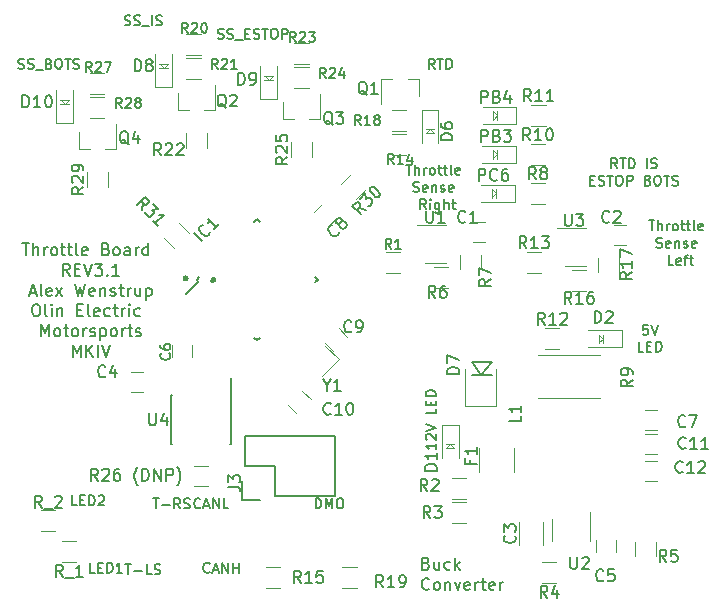
<source format=gto>
G04 #@! TF.GenerationSoftware,KiCad,Pcbnew,5.0.1-33cea8e~68~ubuntu18.04.1*
G04 #@! TF.CreationDate,2018-12-01T11:29:07-05:00*
G04 #@! TF.ProjectId,throttle,7468726F74746C652E6B696361645F70,rev?*
G04 #@! TF.SameCoordinates,Original*
G04 #@! TF.FileFunction,Legend,Top*
G04 #@! TF.FilePolarity,Positive*
%FSLAX46Y46*%
G04 Gerber Fmt 4.6, Leading zero omitted, Abs format (unit mm)*
G04 Created by KiCad (PCBNEW 5.0.1-33cea8e~68~ubuntu18.04.1) date Sat 01 Dec 2018 11:29:07 AM EST*
%MOMM*%
%LPD*%
G01*
G04 APERTURE LIST*
%ADD10C,0.190500*%
%ADD11C,0.203200*%
%ADD12C,0.152400*%
%ADD13C,0.120000*%
%ADD14C,0.150000*%
%ADD15C,0.500000*%
%ADD16C,0.100000*%
%ADD17C,0.200000*%
G04 APERTURE END LIST*
D10*
X103061809Y-93856523D02*
X102657047Y-93856523D01*
X102657047Y-93006523D01*
X103345142Y-93411285D02*
X103628476Y-93411285D01*
X103749904Y-93856523D02*
X103345142Y-93856523D01*
X103345142Y-93006523D01*
X103749904Y-93006523D01*
X104114190Y-93856523D02*
X104114190Y-93006523D01*
X104316571Y-93006523D01*
X104438000Y-93047000D01*
X104518952Y-93127952D01*
X104559428Y-93208904D01*
X104599904Y-93370809D01*
X104599904Y-93492238D01*
X104559428Y-93654142D01*
X104518952Y-93735095D01*
X104438000Y-93816047D01*
X104316571Y-93856523D01*
X104114190Y-93856523D01*
X105409428Y-93856523D02*
X104923714Y-93856523D01*
X105166571Y-93856523D02*
X105166571Y-93006523D01*
X105085619Y-93127952D01*
X105004666Y-93208904D01*
X104923714Y-93249380D01*
X101537809Y-88141523D02*
X101133047Y-88141523D01*
X101133047Y-87291523D01*
X101821142Y-87696285D02*
X102104476Y-87696285D01*
X102225904Y-88141523D02*
X101821142Y-88141523D01*
X101821142Y-87291523D01*
X102225904Y-87291523D01*
X102590190Y-88141523D02*
X102590190Y-87291523D01*
X102792571Y-87291523D01*
X102914000Y-87332000D01*
X102994952Y-87412952D01*
X103035428Y-87493904D01*
X103075904Y-87655809D01*
X103075904Y-87777238D01*
X103035428Y-87939142D01*
X102994952Y-88020095D01*
X102914000Y-88101047D01*
X102792571Y-88141523D01*
X102590190Y-88141523D01*
X103399714Y-87372476D02*
X103440190Y-87332000D01*
X103521142Y-87291523D01*
X103723523Y-87291523D01*
X103804476Y-87332000D01*
X103844952Y-87372476D01*
X103885428Y-87453428D01*
X103885428Y-87534380D01*
X103844952Y-87655809D01*
X103359238Y-88141523D01*
X103885428Y-88141523D01*
X121782428Y-88395523D02*
X121782428Y-87545523D01*
X121984809Y-87545523D01*
X122106238Y-87586000D01*
X122187190Y-87666952D01*
X122227666Y-87747904D01*
X122268142Y-87909809D01*
X122268142Y-88031238D01*
X122227666Y-88193142D01*
X122187190Y-88274095D01*
X122106238Y-88355047D01*
X121984809Y-88395523D01*
X121782428Y-88395523D01*
X122632428Y-88395523D02*
X122632428Y-87545523D01*
X122915761Y-88152666D01*
X123199095Y-87545523D01*
X123199095Y-88395523D01*
X123765761Y-87545523D02*
X123927666Y-87545523D01*
X124008619Y-87586000D01*
X124089571Y-87666952D01*
X124130047Y-87828857D01*
X124130047Y-88112190D01*
X124089571Y-88274095D01*
X124008619Y-88355047D01*
X123927666Y-88395523D01*
X123765761Y-88395523D01*
X123684809Y-88355047D01*
X123603857Y-88274095D01*
X123563380Y-88112190D01*
X123563380Y-87828857D01*
X123603857Y-87666952D01*
X123684809Y-87586000D01*
X123765761Y-87545523D01*
X147300333Y-59595773D02*
X147017000Y-59191011D01*
X146814619Y-59595773D02*
X146814619Y-58745773D01*
X147138428Y-58745773D01*
X147219380Y-58786250D01*
X147259857Y-58826726D01*
X147300333Y-58907678D01*
X147300333Y-59029107D01*
X147259857Y-59110059D01*
X147219380Y-59150535D01*
X147138428Y-59191011D01*
X146814619Y-59191011D01*
X147543190Y-58745773D02*
X148028904Y-58745773D01*
X147786047Y-59595773D02*
X147786047Y-58745773D01*
X148312238Y-59595773D02*
X148312238Y-58745773D01*
X148514619Y-58745773D01*
X148636047Y-58786250D01*
X148717000Y-58867202D01*
X148757476Y-58948154D01*
X148797952Y-59110059D01*
X148797952Y-59231488D01*
X148757476Y-59393392D01*
X148717000Y-59474345D01*
X148636047Y-59555297D01*
X148514619Y-59595773D01*
X148312238Y-59595773D01*
X149809857Y-59595773D02*
X149809857Y-58745773D01*
X150174142Y-59555297D02*
X150295571Y-59595773D01*
X150497952Y-59595773D01*
X150578904Y-59555297D01*
X150619380Y-59514821D01*
X150659857Y-59433869D01*
X150659857Y-59352916D01*
X150619380Y-59271964D01*
X150578904Y-59231488D01*
X150497952Y-59191011D01*
X150336047Y-59150535D01*
X150255095Y-59110059D01*
X150214619Y-59069583D01*
X150174142Y-58988630D01*
X150174142Y-58907678D01*
X150214619Y-58826726D01*
X150255095Y-58786250D01*
X150336047Y-58745773D01*
X150538428Y-58745773D01*
X150659857Y-58786250D01*
X145013428Y-60616035D02*
X145296761Y-60616035D01*
X145418190Y-61061273D02*
X145013428Y-61061273D01*
X145013428Y-60211273D01*
X145418190Y-60211273D01*
X145742000Y-61020797D02*
X145863428Y-61061273D01*
X146065809Y-61061273D01*
X146146761Y-61020797D01*
X146187238Y-60980321D01*
X146227714Y-60899369D01*
X146227714Y-60818416D01*
X146187238Y-60737464D01*
X146146761Y-60696988D01*
X146065809Y-60656511D01*
X145903904Y-60616035D01*
X145822952Y-60575559D01*
X145782476Y-60535083D01*
X145742000Y-60454130D01*
X145742000Y-60373178D01*
X145782476Y-60292226D01*
X145822952Y-60251750D01*
X145903904Y-60211273D01*
X146106285Y-60211273D01*
X146227714Y-60251750D01*
X146470571Y-60211273D02*
X146956285Y-60211273D01*
X146713428Y-61061273D02*
X146713428Y-60211273D01*
X147401523Y-60211273D02*
X147563428Y-60211273D01*
X147644380Y-60251750D01*
X147725333Y-60332702D01*
X147765809Y-60494607D01*
X147765809Y-60777940D01*
X147725333Y-60939845D01*
X147644380Y-61020797D01*
X147563428Y-61061273D01*
X147401523Y-61061273D01*
X147320571Y-61020797D01*
X147239619Y-60939845D01*
X147199142Y-60777940D01*
X147199142Y-60494607D01*
X147239619Y-60332702D01*
X147320571Y-60251750D01*
X147401523Y-60211273D01*
X148130095Y-61061273D02*
X148130095Y-60211273D01*
X148453904Y-60211273D01*
X148534857Y-60251750D01*
X148575333Y-60292226D01*
X148615809Y-60373178D01*
X148615809Y-60494607D01*
X148575333Y-60575559D01*
X148534857Y-60616035D01*
X148453904Y-60656511D01*
X148130095Y-60656511D01*
X149911047Y-60616035D02*
X150032476Y-60656511D01*
X150072952Y-60696988D01*
X150113428Y-60777940D01*
X150113428Y-60899369D01*
X150072952Y-60980321D01*
X150032476Y-61020797D01*
X149951523Y-61061273D01*
X149627714Y-61061273D01*
X149627714Y-60211273D01*
X149911047Y-60211273D01*
X149992000Y-60251750D01*
X150032476Y-60292226D01*
X150072952Y-60373178D01*
X150072952Y-60454130D01*
X150032476Y-60535083D01*
X149992000Y-60575559D01*
X149911047Y-60616035D01*
X149627714Y-60616035D01*
X150639619Y-60211273D02*
X150801523Y-60211273D01*
X150882476Y-60251750D01*
X150963428Y-60332702D01*
X151003904Y-60494607D01*
X151003904Y-60777940D01*
X150963428Y-60939845D01*
X150882476Y-61020797D01*
X150801523Y-61061273D01*
X150639619Y-61061273D01*
X150558666Y-61020797D01*
X150477714Y-60939845D01*
X150437238Y-60777940D01*
X150437238Y-60494607D01*
X150477714Y-60332702D01*
X150558666Y-60251750D01*
X150639619Y-60211273D01*
X151246761Y-60211273D02*
X151732476Y-60211273D01*
X151489619Y-61061273D02*
X151489619Y-60211273D01*
X151975333Y-61020797D02*
X152096761Y-61061273D01*
X152299142Y-61061273D01*
X152380095Y-61020797D01*
X152420571Y-60980321D01*
X152461047Y-60899369D01*
X152461047Y-60818416D01*
X152420571Y-60737464D01*
X152380095Y-60696988D01*
X152299142Y-60656511D01*
X152137238Y-60616035D01*
X152056285Y-60575559D01*
X152015809Y-60535083D01*
X151975333Y-60454130D01*
X151975333Y-60373178D01*
X152015809Y-60292226D01*
X152056285Y-60251750D01*
X152137238Y-60211273D01*
X152339619Y-60211273D01*
X152461047Y-60251750D01*
X112800333Y-93775571D02*
X112759857Y-93816047D01*
X112638428Y-93856523D01*
X112557476Y-93856523D01*
X112436047Y-93816047D01*
X112355095Y-93735095D01*
X112314619Y-93654142D01*
X112274142Y-93492238D01*
X112274142Y-93370809D01*
X112314619Y-93208904D01*
X112355095Y-93127952D01*
X112436047Y-93047000D01*
X112557476Y-93006523D01*
X112638428Y-93006523D01*
X112759857Y-93047000D01*
X112800333Y-93087476D01*
X113124142Y-93613666D02*
X113528904Y-93613666D01*
X113043190Y-93856523D02*
X113326523Y-93006523D01*
X113609857Y-93856523D01*
X113893190Y-93856523D02*
X113893190Y-93006523D01*
X114378904Y-93856523D01*
X114378904Y-93006523D01*
X114783666Y-93856523D02*
X114783666Y-93006523D01*
X114783666Y-93411285D02*
X115269380Y-93411285D01*
X115269380Y-93856523D02*
X115269380Y-93006523D01*
X112012523Y-88314571D02*
X111972047Y-88355047D01*
X111850619Y-88395523D01*
X111769666Y-88395523D01*
X111648238Y-88355047D01*
X111567285Y-88274095D01*
X111526809Y-88193142D01*
X111486333Y-88031238D01*
X111486333Y-87909809D01*
X111526809Y-87747904D01*
X111567285Y-87666952D01*
X111648238Y-87586000D01*
X111769666Y-87545523D01*
X111850619Y-87545523D01*
X111972047Y-87586000D01*
X112012523Y-87626476D01*
X112336333Y-88152666D02*
X112741095Y-88152666D01*
X112255380Y-88395523D02*
X112538714Y-87545523D01*
X112822047Y-88395523D01*
X113105380Y-88395523D02*
X113105380Y-87545523D01*
X113591095Y-88395523D01*
X113591095Y-87545523D01*
X114400619Y-88395523D02*
X113995857Y-88395523D01*
X113995857Y-87545523D01*
X108002190Y-87545523D02*
X108487904Y-87545523D01*
X108245047Y-88395523D02*
X108245047Y-87545523D01*
X108771238Y-88071714D02*
X109418857Y-88071714D01*
X110309333Y-88395523D02*
X110026000Y-87990761D01*
X109823619Y-88395523D02*
X109823619Y-87545523D01*
X110147428Y-87545523D01*
X110228380Y-87586000D01*
X110268857Y-87626476D01*
X110309333Y-87707428D01*
X110309333Y-87828857D01*
X110268857Y-87909809D01*
X110228380Y-87950285D01*
X110147428Y-87990761D01*
X109823619Y-87990761D01*
X110633142Y-88355047D02*
X110754571Y-88395523D01*
X110956952Y-88395523D01*
X111037904Y-88355047D01*
X111078380Y-88314571D01*
X111118857Y-88233619D01*
X111118857Y-88152666D01*
X111078380Y-88071714D01*
X111037904Y-88031238D01*
X110956952Y-87990761D01*
X110795047Y-87950285D01*
X110714095Y-87909809D01*
X110673619Y-87869333D01*
X110633142Y-87788380D01*
X110633142Y-87707428D01*
X110673619Y-87626476D01*
X110714095Y-87586000D01*
X110795047Y-87545523D01*
X110997428Y-87545523D01*
X111118857Y-87586000D01*
X105670142Y-93133523D02*
X106155857Y-93133523D01*
X105913000Y-93983523D02*
X105913000Y-93133523D01*
X106439190Y-93659714D02*
X107086809Y-93659714D01*
X107896333Y-93983523D02*
X107491571Y-93983523D01*
X107491571Y-93133523D01*
X108139190Y-93943047D02*
X108260619Y-93983523D01*
X108463000Y-93983523D01*
X108543952Y-93943047D01*
X108584428Y-93902571D01*
X108624904Y-93821619D01*
X108624904Y-93740666D01*
X108584428Y-93659714D01*
X108543952Y-93619238D01*
X108463000Y-93578761D01*
X108301095Y-93538285D01*
X108220142Y-93497809D01*
X108179666Y-93457333D01*
X108139190Y-93376380D01*
X108139190Y-93295428D01*
X108179666Y-93214476D01*
X108220142Y-93174000D01*
X108301095Y-93133523D01*
X108503476Y-93133523D01*
X108624904Y-93174000D01*
X131848285Y-51184523D02*
X131564952Y-50779761D01*
X131362571Y-51184523D02*
X131362571Y-50334523D01*
X131686380Y-50334523D01*
X131767333Y-50375000D01*
X131807809Y-50415476D01*
X131848285Y-50496428D01*
X131848285Y-50617857D01*
X131807809Y-50698809D01*
X131767333Y-50739285D01*
X131686380Y-50779761D01*
X131362571Y-50779761D01*
X132091142Y-50334523D02*
X132576857Y-50334523D01*
X132334000Y-51184523D02*
X132334000Y-50334523D01*
X132860190Y-51184523D02*
X132860190Y-50334523D01*
X133062571Y-50334523D01*
X133184000Y-50375000D01*
X133264952Y-50455952D01*
X133305428Y-50536904D01*
X133345904Y-50698809D01*
X133345904Y-50820238D01*
X133305428Y-50982142D01*
X133264952Y-51063095D01*
X133184000Y-51144047D01*
X133062571Y-51184523D01*
X132860190Y-51184523D01*
X113504238Y-48604047D02*
X113625666Y-48644523D01*
X113828047Y-48644523D01*
X113909000Y-48604047D01*
X113949476Y-48563571D01*
X113989952Y-48482619D01*
X113989952Y-48401666D01*
X113949476Y-48320714D01*
X113909000Y-48280238D01*
X113828047Y-48239761D01*
X113666142Y-48199285D01*
X113585190Y-48158809D01*
X113544714Y-48118333D01*
X113504238Y-48037380D01*
X113504238Y-47956428D01*
X113544714Y-47875476D01*
X113585190Y-47835000D01*
X113666142Y-47794523D01*
X113868523Y-47794523D01*
X113989952Y-47835000D01*
X114313761Y-48604047D02*
X114435190Y-48644523D01*
X114637571Y-48644523D01*
X114718523Y-48604047D01*
X114759000Y-48563571D01*
X114799476Y-48482619D01*
X114799476Y-48401666D01*
X114759000Y-48320714D01*
X114718523Y-48280238D01*
X114637571Y-48239761D01*
X114475666Y-48199285D01*
X114394714Y-48158809D01*
X114354238Y-48118333D01*
X114313761Y-48037380D01*
X114313761Y-47956428D01*
X114354238Y-47875476D01*
X114394714Y-47835000D01*
X114475666Y-47794523D01*
X114678047Y-47794523D01*
X114799476Y-47835000D01*
X114961380Y-48725476D02*
X115609000Y-48725476D01*
X115811380Y-48199285D02*
X116094714Y-48199285D01*
X116216142Y-48644523D02*
X115811380Y-48644523D01*
X115811380Y-47794523D01*
X116216142Y-47794523D01*
X116539952Y-48604047D02*
X116661380Y-48644523D01*
X116863761Y-48644523D01*
X116944714Y-48604047D01*
X116985190Y-48563571D01*
X117025666Y-48482619D01*
X117025666Y-48401666D01*
X116985190Y-48320714D01*
X116944714Y-48280238D01*
X116863761Y-48239761D01*
X116701857Y-48199285D01*
X116620904Y-48158809D01*
X116580428Y-48118333D01*
X116539952Y-48037380D01*
X116539952Y-47956428D01*
X116580428Y-47875476D01*
X116620904Y-47835000D01*
X116701857Y-47794523D01*
X116904238Y-47794523D01*
X117025666Y-47835000D01*
X117268523Y-47794523D02*
X117754238Y-47794523D01*
X117511380Y-48644523D02*
X117511380Y-47794523D01*
X118199476Y-47794523D02*
X118361380Y-47794523D01*
X118442333Y-47835000D01*
X118523285Y-47915952D01*
X118563761Y-48077857D01*
X118563761Y-48361190D01*
X118523285Y-48523095D01*
X118442333Y-48604047D01*
X118361380Y-48644523D01*
X118199476Y-48644523D01*
X118118523Y-48604047D01*
X118037571Y-48523095D01*
X117997095Y-48361190D01*
X117997095Y-48077857D01*
X118037571Y-47915952D01*
X118118523Y-47835000D01*
X118199476Y-47794523D01*
X118928047Y-48644523D02*
X118928047Y-47794523D01*
X119251857Y-47794523D01*
X119332809Y-47835000D01*
X119373285Y-47875476D01*
X119413761Y-47956428D01*
X119413761Y-48077857D01*
X119373285Y-48158809D01*
X119332809Y-48199285D01*
X119251857Y-48239761D01*
X118928047Y-48239761D01*
X105609428Y-47461047D02*
X105730857Y-47501523D01*
X105933238Y-47501523D01*
X106014190Y-47461047D01*
X106054666Y-47420571D01*
X106095142Y-47339619D01*
X106095142Y-47258666D01*
X106054666Y-47177714D01*
X106014190Y-47137238D01*
X105933238Y-47096761D01*
X105771333Y-47056285D01*
X105690380Y-47015809D01*
X105649904Y-46975333D01*
X105609428Y-46894380D01*
X105609428Y-46813428D01*
X105649904Y-46732476D01*
X105690380Y-46692000D01*
X105771333Y-46651523D01*
X105973714Y-46651523D01*
X106095142Y-46692000D01*
X106418952Y-47461047D02*
X106540380Y-47501523D01*
X106742761Y-47501523D01*
X106823714Y-47461047D01*
X106864190Y-47420571D01*
X106904666Y-47339619D01*
X106904666Y-47258666D01*
X106864190Y-47177714D01*
X106823714Y-47137238D01*
X106742761Y-47096761D01*
X106580857Y-47056285D01*
X106499904Y-47015809D01*
X106459428Y-46975333D01*
X106418952Y-46894380D01*
X106418952Y-46813428D01*
X106459428Y-46732476D01*
X106499904Y-46692000D01*
X106580857Y-46651523D01*
X106783238Y-46651523D01*
X106904666Y-46692000D01*
X107066571Y-47582476D02*
X107714190Y-47582476D01*
X107916571Y-47501523D02*
X107916571Y-46651523D01*
X108280857Y-47461047D02*
X108402285Y-47501523D01*
X108604666Y-47501523D01*
X108685619Y-47461047D01*
X108726095Y-47420571D01*
X108766571Y-47339619D01*
X108766571Y-47258666D01*
X108726095Y-47177714D01*
X108685619Y-47137238D01*
X108604666Y-47096761D01*
X108442761Y-47056285D01*
X108361809Y-47015809D01*
X108321333Y-46975333D01*
X108280857Y-46894380D01*
X108280857Y-46813428D01*
X108321333Y-46732476D01*
X108361809Y-46692000D01*
X108442761Y-46651523D01*
X108645142Y-46651523D01*
X108766571Y-46692000D01*
X96616761Y-51144047D02*
X96738190Y-51184523D01*
X96940571Y-51184523D01*
X97021523Y-51144047D01*
X97062000Y-51103571D01*
X97102476Y-51022619D01*
X97102476Y-50941666D01*
X97062000Y-50860714D01*
X97021523Y-50820238D01*
X96940571Y-50779761D01*
X96778666Y-50739285D01*
X96697714Y-50698809D01*
X96657238Y-50658333D01*
X96616761Y-50577380D01*
X96616761Y-50496428D01*
X96657238Y-50415476D01*
X96697714Y-50375000D01*
X96778666Y-50334523D01*
X96981047Y-50334523D01*
X97102476Y-50375000D01*
X97426285Y-51144047D02*
X97547714Y-51184523D01*
X97750095Y-51184523D01*
X97831047Y-51144047D01*
X97871523Y-51103571D01*
X97912000Y-51022619D01*
X97912000Y-50941666D01*
X97871523Y-50860714D01*
X97831047Y-50820238D01*
X97750095Y-50779761D01*
X97588190Y-50739285D01*
X97507238Y-50698809D01*
X97466761Y-50658333D01*
X97426285Y-50577380D01*
X97426285Y-50496428D01*
X97466761Y-50415476D01*
X97507238Y-50375000D01*
X97588190Y-50334523D01*
X97790571Y-50334523D01*
X97912000Y-50375000D01*
X98073904Y-51265476D02*
X98721523Y-51265476D01*
X99207238Y-50739285D02*
X99328666Y-50779761D01*
X99369142Y-50820238D01*
X99409619Y-50901190D01*
X99409619Y-51022619D01*
X99369142Y-51103571D01*
X99328666Y-51144047D01*
X99247714Y-51184523D01*
X98923904Y-51184523D01*
X98923904Y-50334523D01*
X99207238Y-50334523D01*
X99288190Y-50375000D01*
X99328666Y-50415476D01*
X99369142Y-50496428D01*
X99369142Y-50577380D01*
X99328666Y-50658333D01*
X99288190Y-50698809D01*
X99207238Y-50739285D01*
X98923904Y-50739285D01*
X99935809Y-50334523D02*
X100097714Y-50334523D01*
X100178666Y-50375000D01*
X100259619Y-50455952D01*
X100300095Y-50617857D01*
X100300095Y-50901190D01*
X100259619Y-51063095D01*
X100178666Y-51144047D01*
X100097714Y-51184523D01*
X99935809Y-51184523D01*
X99854857Y-51144047D01*
X99773904Y-51063095D01*
X99733428Y-50901190D01*
X99733428Y-50617857D01*
X99773904Y-50455952D01*
X99854857Y-50375000D01*
X99935809Y-50334523D01*
X100542952Y-50334523D02*
X101028666Y-50334523D01*
X100785809Y-51184523D02*
X100785809Y-50334523D01*
X101271523Y-51144047D02*
X101392952Y-51184523D01*
X101595333Y-51184523D01*
X101676285Y-51144047D01*
X101716761Y-51103571D01*
X101757238Y-51022619D01*
X101757238Y-50941666D01*
X101716761Y-50860714D01*
X101676285Y-50820238D01*
X101595333Y-50779761D01*
X101433428Y-50739285D01*
X101352476Y-50698809D01*
X101312000Y-50658333D01*
X101271523Y-50577380D01*
X101271523Y-50496428D01*
X101312000Y-50415476D01*
X101352476Y-50375000D01*
X101433428Y-50334523D01*
X101635809Y-50334523D01*
X101757238Y-50375000D01*
X149982571Y-64011273D02*
X150468285Y-64011273D01*
X150225428Y-64861273D02*
X150225428Y-64011273D01*
X150751619Y-64861273D02*
X150751619Y-64011273D01*
X151115904Y-64861273D02*
X151115904Y-64416035D01*
X151075428Y-64335083D01*
X150994476Y-64294607D01*
X150873047Y-64294607D01*
X150792095Y-64335083D01*
X150751619Y-64375559D01*
X151520666Y-64861273D02*
X151520666Y-64294607D01*
X151520666Y-64456511D02*
X151561142Y-64375559D01*
X151601619Y-64335083D01*
X151682571Y-64294607D01*
X151763523Y-64294607D01*
X152168285Y-64861273D02*
X152087333Y-64820797D01*
X152046857Y-64780321D01*
X152006380Y-64699369D01*
X152006380Y-64456511D01*
X152046857Y-64375559D01*
X152087333Y-64335083D01*
X152168285Y-64294607D01*
X152289714Y-64294607D01*
X152370666Y-64335083D01*
X152411142Y-64375559D01*
X152451619Y-64456511D01*
X152451619Y-64699369D01*
X152411142Y-64780321D01*
X152370666Y-64820797D01*
X152289714Y-64861273D01*
X152168285Y-64861273D01*
X152694476Y-64294607D02*
X153018285Y-64294607D01*
X152815904Y-64011273D02*
X152815904Y-64739845D01*
X152856380Y-64820797D01*
X152937333Y-64861273D01*
X153018285Y-64861273D01*
X153180190Y-64294607D02*
X153504000Y-64294607D01*
X153301619Y-64011273D02*
X153301619Y-64739845D01*
X153342095Y-64820797D01*
X153423047Y-64861273D01*
X153504000Y-64861273D01*
X153908761Y-64861273D02*
X153827809Y-64820797D01*
X153787333Y-64739845D01*
X153787333Y-64011273D01*
X154556380Y-64820797D02*
X154475428Y-64861273D01*
X154313523Y-64861273D01*
X154232571Y-64820797D01*
X154192095Y-64739845D01*
X154192095Y-64416035D01*
X154232571Y-64335083D01*
X154313523Y-64294607D01*
X154475428Y-64294607D01*
X154556380Y-64335083D01*
X154596857Y-64416035D01*
X154596857Y-64496988D01*
X154192095Y-64577940D01*
X150630190Y-66286297D02*
X150751619Y-66326773D01*
X150954000Y-66326773D01*
X151034952Y-66286297D01*
X151075428Y-66245821D01*
X151115904Y-66164869D01*
X151115904Y-66083916D01*
X151075428Y-66002964D01*
X151034952Y-65962488D01*
X150954000Y-65922011D01*
X150792095Y-65881535D01*
X150711142Y-65841059D01*
X150670666Y-65800583D01*
X150630190Y-65719630D01*
X150630190Y-65638678D01*
X150670666Y-65557726D01*
X150711142Y-65517250D01*
X150792095Y-65476773D01*
X150994476Y-65476773D01*
X151115904Y-65517250D01*
X151804000Y-66286297D02*
X151723047Y-66326773D01*
X151561142Y-66326773D01*
X151480190Y-66286297D01*
X151439714Y-66205345D01*
X151439714Y-65881535D01*
X151480190Y-65800583D01*
X151561142Y-65760107D01*
X151723047Y-65760107D01*
X151804000Y-65800583D01*
X151844476Y-65881535D01*
X151844476Y-65962488D01*
X151439714Y-66043440D01*
X152208761Y-65760107D02*
X152208761Y-66326773D01*
X152208761Y-65841059D02*
X152249238Y-65800583D01*
X152330190Y-65760107D01*
X152451619Y-65760107D01*
X152532571Y-65800583D01*
X152573047Y-65881535D01*
X152573047Y-66326773D01*
X152937333Y-66286297D02*
X153018285Y-66326773D01*
X153180190Y-66326773D01*
X153261142Y-66286297D01*
X153301619Y-66205345D01*
X153301619Y-66164869D01*
X153261142Y-66083916D01*
X153180190Y-66043440D01*
X153058761Y-66043440D01*
X152977809Y-66002964D01*
X152937333Y-65922011D01*
X152937333Y-65881535D01*
X152977809Y-65800583D01*
X153058761Y-65760107D01*
X153180190Y-65760107D01*
X153261142Y-65800583D01*
X153989714Y-66286297D02*
X153908761Y-66326773D01*
X153746857Y-66326773D01*
X153665904Y-66286297D01*
X153625428Y-66205345D01*
X153625428Y-65881535D01*
X153665904Y-65800583D01*
X153746857Y-65760107D01*
X153908761Y-65760107D01*
X153989714Y-65800583D01*
X154030190Y-65881535D01*
X154030190Y-65962488D01*
X153625428Y-66043440D01*
X152067095Y-67792273D02*
X151662333Y-67792273D01*
X151662333Y-66942273D01*
X152674238Y-67751797D02*
X152593285Y-67792273D01*
X152431380Y-67792273D01*
X152350428Y-67751797D01*
X152309952Y-67670845D01*
X152309952Y-67347035D01*
X152350428Y-67266083D01*
X152431380Y-67225607D01*
X152593285Y-67225607D01*
X152674238Y-67266083D01*
X152714714Y-67347035D01*
X152714714Y-67427988D01*
X152309952Y-67508940D01*
X152957571Y-67225607D02*
X153281380Y-67225607D01*
X153079000Y-67792273D02*
X153079000Y-67063702D01*
X153119476Y-66982750D01*
X153200428Y-66942273D01*
X153281380Y-66942273D01*
X153443285Y-67225607D02*
X153767095Y-67225607D01*
X153564714Y-66942273D02*
X153564714Y-67670845D01*
X153605190Y-67751797D01*
X153686142Y-67792273D01*
X153767095Y-67792273D01*
X129408571Y-59283023D02*
X129894285Y-59283023D01*
X129651428Y-60133023D02*
X129651428Y-59283023D01*
X130177619Y-60133023D02*
X130177619Y-59283023D01*
X130541904Y-60133023D02*
X130541904Y-59687785D01*
X130501428Y-59606833D01*
X130420476Y-59566357D01*
X130299047Y-59566357D01*
X130218095Y-59606833D01*
X130177619Y-59647309D01*
X130946666Y-60133023D02*
X130946666Y-59566357D01*
X130946666Y-59728261D02*
X130987142Y-59647309D01*
X131027619Y-59606833D01*
X131108571Y-59566357D01*
X131189523Y-59566357D01*
X131594285Y-60133023D02*
X131513333Y-60092547D01*
X131472857Y-60052071D01*
X131432380Y-59971119D01*
X131432380Y-59728261D01*
X131472857Y-59647309D01*
X131513333Y-59606833D01*
X131594285Y-59566357D01*
X131715714Y-59566357D01*
X131796666Y-59606833D01*
X131837142Y-59647309D01*
X131877619Y-59728261D01*
X131877619Y-59971119D01*
X131837142Y-60052071D01*
X131796666Y-60092547D01*
X131715714Y-60133023D01*
X131594285Y-60133023D01*
X132120476Y-59566357D02*
X132444285Y-59566357D01*
X132241904Y-59283023D02*
X132241904Y-60011595D01*
X132282380Y-60092547D01*
X132363333Y-60133023D01*
X132444285Y-60133023D01*
X132606190Y-59566357D02*
X132930000Y-59566357D01*
X132727619Y-59283023D02*
X132727619Y-60011595D01*
X132768095Y-60092547D01*
X132849047Y-60133023D01*
X132930000Y-60133023D01*
X133334761Y-60133023D02*
X133253809Y-60092547D01*
X133213333Y-60011595D01*
X133213333Y-59283023D01*
X133982380Y-60092547D02*
X133901428Y-60133023D01*
X133739523Y-60133023D01*
X133658571Y-60092547D01*
X133618095Y-60011595D01*
X133618095Y-59687785D01*
X133658571Y-59606833D01*
X133739523Y-59566357D01*
X133901428Y-59566357D01*
X133982380Y-59606833D01*
X134022857Y-59687785D01*
X134022857Y-59768738D01*
X133618095Y-59849690D01*
X130056190Y-61558047D02*
X130177619Y-61598523D01*
X130380000Y-61598523D01*
X130460952Y-61558047D01*
X130501428Y-61517571D01*
X130541904Y-61436619D01*
X130541904Y-61355666D01*
X130501428Y-61274714D01*
X130460952Y-61234238D01*
X130380000Y-61193761D01*
X130218095Y-61153285D01*
X130137142Y-61112809D01*
X130096666Y-61072333D01*
X130056190Y-60991380D01*
X130056190Y-60910428D01*
X130096666Y-60829476D01*
X130137142Y-60789000D01*
X130218095Y-60748523D01*
X130420476Y-60748523D01*
X130541904Y-60789000D01*
X131230000Y-61558047D02*
X131149047Y-61598523D01*
X130987142Y-61598523D01*
X130906190Y-61558047D01*
X130865714Y-61477095D01*
X130865714Y-61153285D01*
X130906190Y-61072333D01*
X130987142Y-61031857D01*
X131149047Y-61031857D01*
X131230000Y-61072333D01*
X131270476Y-61153285D01*
X131270476Y-61234238D01*
X130865714Y-61315190D01*
X131634761Y-61031857D02*
X131634761Y-61598523D01*
X131634761Y-61112809D02*
X131675238Y-61072333D01*
X131756190Y-61031857D01*
X131877619Y-61031857D01*
X131958571Y-61072333D01*
X131999047Y-61153285D01*
X131999047Y-61598523D01*
X132363333Y-61558047D02*
X132444285Y-61598523D01*
X132606190Y-61598523D01*
X132687142Y-61558047D01*
X132727619Y-61477095D01*
X132727619Y-61436619D01*
X132687142Y-61355666D01*
X132606190Y-61315190D01*
X132484761Y-61315190D01*
X132403809Y-61274714D01*
X132363333Y-61193761D01*
X132363333Y-61153285D01*
X132403809Y-61072333D01*
X132484761Y-61031857D01*
X132606190Y-61031857D01*
X132687142Y-61072333D01*
X133415714Y-61558047D02*
X133334761Y-61598523D01*
X133172857Y-61598523D01*
X133091904Y-61558047D01*
X133051428Y-61477095D01*
X133051428Y-61153285D01*
X133091904Y-61072333D01*
X133172857Y-61031857D01*
X133334761Y-61031857D01*
X133415714Y-61072333D01*
X133456190Y-61153285D01*
X133456190Y-61234238D01*
X133051428Y-61315190D01*
X131128809Y-63064023D02*
X130845476Y-62659261D01*
X130643095Y-63064023D02*
X130643095Y-62214023D01*
X130966904Y-62214023D01*
X131047857Y-62254500D01*
X131088333Y-62294976D01*
X131128809Y-62375928D01*
X131128809Y-62497357D01*
X131088333Y-62578309D01*
X131047857Y-62618785D01*
X130966904Y-62659261D01*
X130643095Y-62659261D01*
X131493095Y-63064023D02*
X131493095Y-62497357D01*
X131493095Y-62214023D02*
X131452619Y-62254500D01*
X131493095Y-62294976D01*
X131533571Y-62254500D01*
X131493095Y-62214023D01*
X131493095Y-62294976D01*
X132262142Y-62497357D02*
X132262142Y-63185452D01*
X132221666Y-63266404D01*
X132181190Y-63306880D01*
X132100238Y-63347357D01*
X131978809Y-63347357D01*
X131897857Y-63306880D01*
X132262142Y-63023547D02*
X132181190Y-63064023D01*
X132019285Y-63064023D01*
X131938333Y-63023547D01*
X131897857Y-62983071D01*
X131857380Y-62902119D01*
X131857380Y-62659261D01*
X131897857Y-62578309D01*
X131938333Y-62537833D01*
X132019285Y-62497357D01*
X132181190Y-62497357D01*
X132262142Y-62537833D01*
X132666904Y-63064023D02*
X132666904Y-62214023D01*
X133031190Y-63064023D02*
X133031190Y-62618785D01*
X132990714Y-62537833D01*
X132909761Y-62497357D01*
X132788333Y-62497357D01*
X132707380Y-62537833D01*
X132666904Y-62578309D01*
X133314523Y-62497357D02*
X133638333Y-62497357D01*
X133435952Y-62214023D02*
X133435952Y-62942595D01*
X133476428Y-63023547D01*
X133557380Y-63064023D01*
X133638333Y-63064023D01*
X96961476Y-65959869D02*
X97542047Y-65959869D01*
X97251761Y-66975869D02*
X97251761Y-65959869D01*
X97880714Y-66975869D02*
X97880714Y-65959869D01*
X98316142Y-66975869D02*
X98316142Y-66443678D01*
X98267761Y-66346916D01*
X98171000Y-66298535D01*
X98025857Y-66298535D01*
X97929095Y-66346916D01*
X97880714Y-66395297D01*
X98799952Y-66975869D02*
X98799952Y-66298535D01*
X98799952Y-66492059D02*
X98848333Y-66395297D01*
X98896714Y-66346916D01*
X98993476Y-66298535D01*
X99090238Y-66298535D01*
X99574047Y-66975869D02*
X99477285Y-66927488D01*
X99428904Y-66879107D01*
X99380523Y-66782345D01*
X99380523Y-66492059D01*
X99428904Y-66395297D01*
X99477285Y-66346916D01*
X99574047Y-66298535D01*
X99719190Y-66298535D01*
X99815952Y-66346916D01*
X99864333Y-66395297D01*
X99912714Y-66492059D01*
X99912714Y-66782345D01*
X99864333Y-66879107D01*
X99815952Y-66927488D01*
X99719190Y-66975869D01*
X99574047Y-66975869D01*
X100203000Y-66298535D02*
X100590047Y-66298535D01*
X100348142Y-65959869D02*
X100348142Y-66830726D01*
X100396523Y-66927488D01*
X100493285Y-66975869D01*
X100590047Y-66975869D01*
X100783571Y-66298535D02*
X101170619Y-66298535D01*
X100928714Y-65959869D02*
X100928714Y-66830726D01*
X100977095Y-66927488D01*
X101073857Y-66975869D01*
X101170619Y-66975869D01*
X101654428Y-66975869D02*
X101557666Y-66927488D01*
X101509285Y-66830726D01*
X101509285Y-65959869D01*
X102428523Y-66927488D02*
X102331761Y-66975869D01*
X102138238Y-66975869D01*
X102041476Y-66927488D01*
X101993095Y-66830726D01*
X101993095Y-66443678D01*
X102041476Y-66346916D01*
X102138238Y-66298535D01*
X102331761Y-66298535D01*
X102428523Y-66346916D01*
X102476904Y-66443678D01*
X102476904Y-66540440D01*
X101993095Y-66637202D01*
X104025095Y-66443678D02*
X104170238Y-66492059D01*
X104218619Y-66540440D01*
X104267000Y-66637202D01*
X104267000Y-66782345D01*
X104218619Y-66879107D01*
X104170238Y-66927488D01*
X104073476Y-66975869D01*
X103686428Y-66975869D01*
X103686428Y-65959869D01*
X104025095Y-65959869D01*
X104121857Y-66008250D01*
X104170238Y-66056630D01*
X104218619Y-66153392D01*
X104218619Y-66250154D01*
X104170238Y-66346916D01*
X104121857Y-66395297D01*
X104025095Y-66443678D01*
X103686428Y-66443678D01*
X104847571Y-66975869D02*
X104750809Y-66927488D01*
X104702428Y-66879107D01*
X104654047Y-66782345D01*
X104654047Y-66492059D01*
X104702428Y-66395297D01*
X104750809Y-66346916D01*
X104847571Y-66298535D01*
X104992714Y-66298535D01*
X105089476Y-66346916D01*
X105137857Y-66395297D01*
X105186238Y-66492059D01*
X105186238Y-66782345D01*
X105137857Y-66879107D01*
X105089476Y-66927488D01*
X104992714Y-66975869D01*
X104847571Y-66975869D01*
X106057095Y-66975869D02*
X106057095Y-66443678D01*
X106008714Y-66346916D01*
X105911952Y-66298535D01*
X105718428Y-66298535D01*
X105621666Y-66346916D01*
X106057095Y-66927488D02*
X105960333Y-66975869D01*
X105718428Y-66975869D01*
X105621666Y-66927488D01*
X105573285Y-66830726D01*
X105573285Y-66733964D01*
X105621666Y-66637202D01*
X105718428Y-66588821D01*
X105960333Y-66588821D01*
X106057095Y-66540440D01*
X106540904Y-66975869D02*
X106540904Y-66298535D01*
X106540904Y-66492059D02*
X106589285Y-66395297D01*
X106637666Y-66346916D01*
X106734428Y-66298535D01*
X106831190Y-66298535D01*
X107605285Y-66975869D02*
X107605285Y-65959869D01*
X107605285Y-66927488D02*
X107508523Y-66975869D01*
X107315000Y-66975869D01*
X107218238Y-66927488D01*
X107169857Y-66879107D01*
X107121476Y-66782345D01*
X107121476Y-66492059D01*
X107169857Y-66395297D01*
X107218238Y-66346916D01*
X107315000Y-66298535D01*
X107508523Y-66298535D01*
X107605285Y-66346916D01*
X100952904Y-68690369D02*
X100614238Y-68206559D01*
X100372333Y-68690369D02*
X100372333Y-67674369D01*
X100759380Y-67674369D01*
X100856142Y-67722750D01*
X100904523Y-67771130D01*
X100952904Y-67867892D01*
X100952904Y-68013035D01*
X100904523Y-68109797D01*
X100856142Y-68158178D01*
X100759380Y-68206559D01*
X100372333Y-68206559D01*
X101388333Y-68158178D02*
X101727000Y-68158178D01*
X101872142Y-68690369D02*
X101388333Y-68690369D01*
X101388333Y-67674369D01*
X101872142Y-67674369D01*
X102162428Y-67674369D02*
X102501095Y-68690369D01*
X102839761Y-67674369D01*
X103081666Y-67674369D02*
X103710619Y-67674369D01*
X103371952Y-68061416D01*
X103517095Y-68061416D01*
X103613857Y-68109797D01*
X103662238Y-68158178D01*
X103710619Y-68254940D01*
X103710619Y-68496845D01*
X103662238Y-68593607D01*
X103613857Y-68641988D01*
X103517095Y-68690369D01*
X103226809Y-68690369D01*
X103130047Y-68641988D01*
X103081666Y-68593607D01*
X104146047Y-68593607D02*
X104194428Y-68641988D01*
X104146047Y-68690369D01*
X104097666Y-68641988D01*
X104146047Y-68593607D01*
X104146047Y-68690369D01*
X105162047Y-68690369D02*
X104581476Y-68690369D01*
X104871761Y-68690369D02*
X104871761Y-67674369D01*
X104775000Y-67819511D01*
X104678238Y-67916273D01*
X104581476Y-67964654D01*
X97590428Y-70114583D02*
X98074238Y-70114583D01*
X97493666Y-70404869D02*
X97832333Y-69388869D01*
X98171000Y-70404869D01*
X98654809Y-70404869D02*
X98558047Y-70356488D01*
X98509666Y-70259726D01*
X98509666Y-69388869D01*
X99428904Y-70356488D02*
X99332142Y-70404869D01*
X99138619Y-70404869D01*
X99041857Y-70356488D01*
X98993476Y-70259726D01*
X98993476Y-69872678D01*
X99041857Y-69775916D01*
X99138619Y-69727535D01*
X99332142Y-69727535D01*
X99428904Y-69775916D01*
X99477285Y-69872678D01*
X99477285Y-69969440D01*
X98993476Y-70066202D01*
X99815952Y-70404869D02*
X100348142Y-69727535D01*
X99815952Y-69727535D02*
X100348142Y-70404869D01*
X101412523Y-69388869D02*
X101654428Y-70404869D01*
X101847952Y-69679154D01*
X102041476Y-70404869D01*
X102283380Y-69388869D01*
X103057476Y-70356488D02*
X102960714Y-70404869D01*
X102767190Y-70404869D01*
X102670428Y-70356488D01*
X102622047Y-70259726D01*
X102622047Y-69872678D01*
X102670428Y-69775916D01*
X102767190Y-69727535D01*
X102960714Y-69727535D01*
X103057476Y-69775916D01*
X103105857Y-69872678D01*
X103105857Y-69969440D01*
X102622047Y-70066202D01*
X103541285Y-69727535D02*
X103541285Y-70404869D01*
X103541285Y-69824297D02*
X103589666Y-69775916D01*
X103686428Y-69727535D01*
X103831571Y-69727535D01*
X103928333Y-69775916D01*
X103976714Y-69872678D01*
X103976714Y-70404869D01*
X104412142Y-70356488D02*
X104508904Y-70404869D01*
X104702428Y-70404869D01*
X104799190Y-70356488D01*
X104847571Y-70259726D01*
X104847571Y-70211345D01*
X104799190Y-70114583D01*
X104702428Y-70066202D01*
X104557285Y-70066202D01*
X104460523Y-70017821D01*
X104412142Y-69921059D01*
X104412142Y-69872678D01*
X104460523Y-69775916D01*
X104557285Y-69727535D01*
X104702428Y-69727535D01*
X104799190Y-69775916D01*
X105137857Y-69727535D02*
X105524904Y-69727535D01*
X105283000Y-69388869D02*
X105283000Y-70259726D01*
X105331380Y-70356488D01*
X105428142Y-70404869D01*
X105524904Y-70404869D01*
X105863571Y-70404869D02*
X105863571Y-69727535D01*
X105863571Y-69921059D02*
X105911952Y-69824297D01*
X105960333Y-69775916D01*
X106057095Y-69727535D01*
X106153857Y-69727535D01*
X106927952Y-69727535D02*
X106927952Y-70404869D01*
X106492523Y-69727535D02*
X106492523Y-70259726D01*
X106540904Y-70356488D01*
X106637666Y-70404869D01*
X106782809Y-70404869D01*
X106879571Y-70356488D01*
X106927952Y-70308107D01*
X107411761Y-69727535D02*
X107411761Y-70743535D01*
X107411761Y-69775916D02*
X107508523Y-69727535D01*
X107702047Y-69727535D01*
X107798809Y-69775916D01*
X107847190Y-69824297D01*
X107895571Y-69921059D01*
X107895571Y-70211345D01*
X107847190Y-70308107D01*
X107798809Y-70356488D01*
X107702047Y-70404869D01*
X107508523Y-70404869D01*
X107411761Y-70356488D01*
X98025857Y-71103369D02*
X98219380Y-71103369D01*
X98316142Y-71151750D01*
X98412904Y-71248511D01*
X98461285Y-71442035D01*
X98461285Y-71780702D01*
X98412904Y-71974226D01*
X98316142Y-72070988D01*
X98219380Y-72119369D01*
X98025857Y-72119369D01*
X97929095Y-72070988D01*
X97832333Y-71974226D01*
X97783952Y-71780702D01*
X97783952Y-71442035D01*
X97832333Y-71248511D01*
X97929095Y-71151750D01*
X98025857Y-71103369D01*
X99041857Y-72119369D02*
X98945095Y-72070988D01*
X98896714Y-71974226D01*
X98896714Y-71103369D01*
X99428904Y-72119369D02*
X99428904Y-71442035D01*
X99428904Y-71103369D02*
X99380523Y-71151750D01*
X99428904Y-71200130D01*
X99477285Y-71151750D01*
X99428904Y-71103369D01*
X99428904Y-71200130D01*
X99912714Y-71442035D02*
X99912714Y-72119369D01*
X99912714Y-71538797D02*
X99961095Y-71490416D01*
X100057857Y-71442035D01*
X100203000Y-71442035D01*
X100299761Y-71490416D01*
X100348142Y-71587178D01*
X100348142Y-72119369D01*
X101606047Y-71587178D02*
X101944714Y-71587178D01*
X102089857Y-72119369D02*
X101606047Y-72119369D01*
X101606047Y-71103369D01*
X102089857Y-71103369D01*
X102670428Y-72119369D02*
X102573666Y-72070988D01*
X102525285Y-71974226D01*
X102525285Y-71103369D01*
X103444523Y-72070988D02*
X103347761Y-72119369D01*
X103154238Y-72119369D01*
X103057476Y-72070988D01*
X103009095Y-71974226D01*
X103009095Y-71587178D01*
X103057476Y-71490416D01*
X103154238Y-71442035D01*
X103347761Y-71442035D01*
X103444523Y-71490416D01*
X103492904Y-71587178D01*
X103492904Y-71683940D01*
X103009095Y-71780702D01*
X104363761Y-72070988D02*
X104267000Y-72119369D01*
X104073476Y-72119369D01*
X103976714Y-72070988D01*
X103928333Y-72022607D01*
X103879952Y-71925845D01*
X103879952Y-71635559D01*
X103928333Y-71538797D01*
X103976714Y-71490416D01*
X104073476Y-71442035D01*
X104267000Y-71442035D01*
X104363761Y-71490416D01*
X104654047Y-71442035D02*
X105041095Y-71442035D01*
X104799190Y-71103369D02*
X104799190Y-71974226D01*
X104847571Y-72070988D01*
X104944333Y-72119369D01*
X105041095Y-72119369D01*
X105379761Y-72119369D02*
X105379761Y-71442035D01*
X105379761Y-71635559D02*
X105428142Y-71538797D01*
X105476523Y-71490416D01*
X105573285Y-71442035D01*
X105670047Y-71442035D01*
X106008714Y-72119369D02*
X106008714Y-71442035D01*
X106008714Y-71103369D02*
X105960333Y-71151750D01*
X106008714Y-71200130D01*
X106057095Y-71151750D01*
X106008714Y-71103369D01*
X106008714Y-71200130D01*
X106927952Y-72070988D02*
X106831190Y-72119369D01*
X106637666Y-72119369D01*
X106540904Y-72070988D01*
X106492523Y-72022607D01*
X106444142Y-71925845D01*
X106444142Y-71635559D01*
X106492523Y-71538797D01*
X106540904Y-71490416D01*
X106637666Y-71442035D01*
X106831190Y-71442035D01*
X106927952Y-71490416D01*
X98533857Y-73833869D02*
X98533857Y-72817869D01*
X98872523Y-73543583D01*
X99211190Y-72817869D01*
X99211190Y-73833869D01*
X99840142Y-73833869D02*
X99743380Y-73785488D01*
X99695000Y-73737107D01*
X99646619Y-73640345D01*
X99646619Y-73350059D01*
X99695000Y-73253297D01*
X99743380Y-73204916D01*
X99840142Y-73156535D01*
X99985285Y-73156535D01*
X100082047Y-73204916D01*
X100130428Y-73253297D01*
X100178809Y-73350059D01*
X100178809Y-73640345D01*
X100130428Y-73737107D01*
X100082047Y-73785488D01*
X99985285Y-73833869D01*
X99840142Y-73833869D01*
X100469095Y-73156535D02*
X100856142Y-73156535D01*
X100614238Y-72817869D02*
X100614238Y-73688726D01*
X100662619Y-73785488D01*
X100759380Y-73833869D01*
X100856142Y-73833869D01*
X101339952Y-73833869D02*
X101243190Y-73785488D01*
X101194809Y-73737107D01*
X101146428Y-73640345D01*
X101146428Y-73350059D01*
X101194809Y-73253297D01*
X101243190Y-73204916D01*
X101339952Y-73156535D01*
X101485095Y-73156535D01*
X101581857Y-73204916D01*
X101630238Y-73253297D01*
X101678619Y-73350059D01*
X101678619Y-73640345D01*
X101630238Y-73737107D01*
X101581857Y-73785488D01*
X101485095Y-73833869D01*
X101339952Y-73833869D01*
X102114047Y-73833869D02*
X102114047Y-73156535D01*
X102114047Y-73350059D02*
X102162428Y-73253297D01*
X102210809Y-73204916D01*
X102307571Y-73156535D01*
X102404333Y-73156535D01*
X102694619Y-73785488D02*
X102791380Y-73833869D01*
X102984904Y-73833869D01*
X103081666Y-73785488D01*
X103130047Y-73688726D01*
X103130047Y-73640345D01*
X103081666Y-73543583D01*
X102984904Y-73495202D01*
X102839761Y-73495202D01*
X102743000Y-73446821D01*
X102694619Y-73350059D01*
X102694619Y-73301678D01*
X102743000Y-73204916D01*
X102839761Y-73156535D01*
X102984904Y-73156535D01*
X103081666Y-73204916D01*
X103565476Y-73156535D02*
X103565476Y-74172535D01*
X103565476Y-73204916D02*
X103662238Y-73156535D01*
X103855761Y-73156535D01*
X103952523Y-73204916D01*
X104000904Y-73253297D01*
X104049285Y-73350059D01*
X104049285Y-73640345D01*
X104000904Y-73737107D01*
X103952523Y-73785488D01*
X103855761Y-73833869D01*
X103662238Y-73833869D01*
X103565476Y-73785488D01*
X104629857Y-73833869D02*
X104533095Y-73785488D01*
X104484714Y-73737107D01*
X104436333Y-73640345D01*
X104436333Y-73350059D01*
X104484714Y-73253297D01*
X104533095Y-73204916D01*
X104629857Y-73156535D01*
X104775000Y-73156535D01*
X104871761Y-73204916D01*
X104920142Y-73253297D01*
X104968523Y-73350059D01*
X104968523Y-73640345D01*
X104920142Y-73737107D01*
X104871761Y-73785488D01*
X104775000Y-73833869D01*
X104629857Y-73833869D01*
X105403952Y-73833869D02*
X105403952Y-73156535D01*
X105403952Y-73350059D02*
X105452333Y-73253297D01*
X105500714Y-73204916D01*
X105597476Y-73156535D01*
X105694238Y-73156535D01*
X105887761Y-73156535D02*
X106274809Y-73156535D01*
X106032904Y-72817869D02*
X106032904Y-73688726D01*
X106081285Y-73785488D01*
X106178047Y-73833869D01*
X106274809Y-73833869D01*
X106565095Y-73785488D02*
X106661857Y-73833869D01*
X106855380Y-73833869D01*
X106952142Y-73785488D01*
X107000523Y-73688726D01*
X107000523Y-73640345D01*
X106952142Y-73543583D01*
X106855380Y-73495202D01*
X106710238Y-73495202D01*
X106613476Y-73446821D01*
X106565095Y-73350059D01*
X106565095Y-73301678D01*
X106613476Y-73204916D01*
X106710238Y-73156535D01*
X106855380Y-73156535D01*
X106952142Y-73204916D01*
X101219000Y-75548369D02*
X101219000Y-74532369D01*
X101557666Y-75258083D01*
X101896333Y-74532369D01*
X101896333Y-75548369D01*
X102380142Y-75548369D02*
X102380142Y-74532369D01*
X102960714Y-75548369D02*
X102525285Y-74967797D01*
X102960714Y-74532369D02*
X102380142Y-75112940D01*
X103396142Y-75548369D02*
X103396142Y-74532369D01*
X103734809Y-74532369D02*
X104073476Y-75548369D01*
X104412142Y-74532369D01*
D11*
X131141651Y-93043828D02*
X131286794Y-93092209D01*
X131335175Y-93140590D01*
X131383556Y-93237352D01*
X131383556Y-93382495D01*
X131335175Y-93479257D01*
X131286794Y-93527638D01*
X131190032Y-93576019D01*
X130802984Y-93576019D01*
X130802984Y-92560019D01*
X131141651Y-92560019D01*
X131238413Y-92608400D01*
X131286794Y-92656780D01*
X131335175Y-92753542D01*
X131335175Y-92850304D01*
X131286794Y-92947066D01*
X131238413Y-92995447D01*
X131141651Y-93043828D01*
X130802984Y-93043828D01*
X132254413Y-92898685D02*
X132254413Y-93576019D01*
X131818984Y-92898685D02*
X131818984Y-93430876D01*
X131867365Y-93527638D01*
X131964127Y-93576019D01*
X132109270Y-93576019D01*
X132206032Y-93527638D01*
X132254413Y-93479257D01*
X133173651Y-93527638D02*
X133076889Y-93576019D01*
X132883365Y-93576019D01*
X132786603Y-93527638D01*
X132738222Y-93479257D01*
X132689841Y-93382495D01*
X132689841Y-93092209D01*
X132738222Y-92995447D01*
X132786603Y-92947066D01*
X132883365Y-92898685D01*
X133076889Y-92898685D01*
X133173651Y-92947066D01*
X133609080Y-93576019D02*
X133609080Y-92560019D01*
X133705841Y-93188971D02*
X133996127Y-93576019D01*
X133996127Y-92898685D02*
X133609080Y-93285733D01*
X131383556Y-95206457D02*
X131335175Y-95254838D01*
X131190032Y-95303219D01*
X131093270Y-95303219D01*
X130948127Y-95254838D01*
X130851365Y-95158076D01*
X130802984Y-95061314D01*
X130754603Y-94867790D01*
X130754603Y-94722647D01*
X130802984Y-94529123D01*
X130851365Y-94432361D01*
X130948127Y-94335600D01*
X131093270Y-94287219D01*
X131190032Y-94287219D01*
X131335175Y-94335600D01*
X131383556Y-94383980D01*
X131964127Y-95303219D02*
X131867365Y-95254838D01*
X131818984Y-95206457D01*
X131770603Y-95109695D01*
X131770603Y-94819409D01*
X131818984Y-94722647D01*
X131867365Y-94674266D01*
X131964127Y-94625885D01*
X132109270Y-94625885D01*
X132206032Y-94674266D01*
X132254413Y-94722647D01*
X132302794Y-94819409D01*
X132302794Y-95109695D01*
X132254413Y-95206457D01*
X132206032Y-95254838D01*
X132109270Y-95303219D01*
X131964127Y-95303219D01*
X132738222Y-94625885D02*
X132738222Y-95303219D01*
X132738222Y-94722647D02*
X132786603Y-94674266D01*
X132883365Y-94625885D01*
X133028508Y-94625885D01*
X133125270Y-94674266D01*
X133173651Y-94771028D01*
X133173651Y-95303219D01*
X133560699Y-94625885D02*
X133802603Y-95303219D01*
X134044508Y-94625885D01*
X134818603Y-95254838D02*
X134721841Y-95303219D01*
X134528318Y-95303219D01*
X134431556Y-95254838D01*
X134383175Y-95158076D01*
X134383175Y-94771028D01*
X134431556Y-94674266D01*
X134528318Y-94625885D01*
X134721841Y-94625885D01*
X134818603Y-94674266D01*
X134866984Y-94771028D01*
X134866984Y-94867790D01*
X134383175Y-94964552D01*
X135302413Y-95303219D02*
X135302413Y-94625885D01*
X135302413Y-94819409D02*
X135350794Y-94722647D01*
X135399175Y-94674266D01*
X135495937Y-94625885D01*
X135592699Y-94625885D01*
X135786222Y-94625885D02*
X136173270Y-94625885D01*
X135931365Y-94287219D02*
X135931365Y-95158076D01*
X135979746Y-95254838D01*
X136076508Y-95303219D01*
X136173270Y-95303219D01*
X136898984Y-95254838D02*
X136802222Y-95303219D01*
X136608699Y-95303219D01*
X136511937Y-95254838D01*
X136463556Y-95158076D01*
X136463556Y-94771028D01*
X136511937Y-94674266D01*
X136608699Y-94625885D01*
X136802222Y-94625885D01*
X136898984Y-94674266D01*
X136947365Y-94771028D01*
X136947365Y-94867790D01*
X136463556Y-94964552D01*
X137382794Y-95303219D02*
X137382794Y-94625885D01*
X137382794Y-94819409D02*
X137431175Y-94722647D01*
X137479556Y-94674266D01*
X137576318Y-94625885D01*
X137673080Y-94625885D01*
D12*
X149911974Y-72843756D02*
X149507212Y-72843756D01*
X149466736Y-73248518D01*
X149507212Y-73208042D01*
X149588164Y-73167566D01*
X149790545Y-73167566D01*
X149871498Y-73208042D01*
X149911974Y-73248518D01*
X149952450Y-73329471D01*
X149952450Y-73531852D01*
X149911974Y-73612804D01*
X149871498Y-73653280D01*
X149790545Y-73693756D01*
X149588164Y-73693756D01*
X149507212Y-73653280D01*
X149466736Y-73612804D01*
X150195307Y-72843756D02*
X150478640Y-73693756D01*
X150761974Y-72843756D01*
X149527450Y-75121156D02*
X149122688Y-75121156D01*
X149122688Y-74271156D01*
X149810783Y-74675918D02*
X150094117Y-74675918D01*
X150215545Y-75121156D02*
X149810783Y-75121156D01*
X149810783Y-74271156D01*
X150215545Y-74271156D01*
X150579831Y-75121156D02*
X150579831Y-74271156D01*
X150782212Y-74271156D01*
X150903640Y-74311633D01*
X150984593Y-74392585D01*
X151025069Y-74473537D01*
X151065545Y-74635442D01*
X151065545Y-74756871D01*
X151025069Y-74918775D01*
X150984593Y-74999728D01*
X150903640Y-75080680D01*
X150782212Y-75121156D01*
X150579831Y-75121156D01*
X131956523Y-82902571D02*
X131956523Y-83388285D01*
X131956523Y-83145428D02*
X131106523Y-83145428D01*
X131227952Y-83226380D01*
X131308904Y-83307333D01*
X131349380Y-83388285D01*
X131187476Y-82578761D02*
X131147000Y-82538285D01*
X131106523Y-82457333D01*
X131106523Y-82254952D01*
X131147000Y-82174000D01*
X131187476Y-82133523D01*
X131268428Y-82093047D01*
X131349380Y-82093047D01*
X131470809Y-82133523D01*
X131956523Y-82619238D01*
X131956523Y-82093047D01*
X131106523Y-81850190D02*
X131956523Y-81566857D01*
X131106523Y-81283523D01*
X131956523Y-79947809D02*
X131956523Y-80352571D01*
X131106523Y-80352571D01*
X131511285Y-79664476D02*
X131511285Y-79381142D01*
X131956523Y-79259714D02*
X131956523Y-79664476D01*
X131106523Y-79664476D01*
X131106523Y-79259714D01*
X131956523Y-78895428D02*
X131106523Y-78895428D01*
X131106523Y-78693047D01*
X131147000Y-78571619D01*
X131227952Y-78490666D01*
X131308904Y-78450190D01*
X131470809Y-78409714D01*
X131592238Y-78409714D01*
X131754142Y-78450190D01*
X131835095Y-78490666D01*
X131916047Y-78571619D01*
X131956523Y-78693047D01*
X131956523Y-78895428D01*
D13*
G04 #@! TO.C,U1*
X132810000Y-64364000D02*
X130360000Y-64364000D01*
X131010000Y-67584000D02*
X132810000Y-67584000D01*
D14*
G04 #@! TO.C,U4*
X114645075Y-78757509D02*
X114595075Y-78757509D01*
X114645075Y-82907509D02*
X114500075Y-82907509D01*
X109495075Y-82907509D02*
X109640075Y-82907509D01*
X109495075Y-78757509D02*
X109640075Y-78757509D01*
X114645075Y-78757509D02*
X114645075Y-82907509D01*
X109495075Y-78757509D02*
X109495075Y-82907509D01*
X114595075Y-78757509D02*
X114595075Y-77357509D01*
D15*
G04 #@! TO.C,IC1*
X113118837Y-69053451D02*
G75*
G03X113118837Y-69053451I-50801J0D01*
G01*
X110783969Y-68909766D02*
G75*
G03X110783969Y-68909766I-50800J0D01*
G01*
D14*
X111695259Y-69035490D02*
X111854358Y-69194589D01*
X116821783Y-63908966D02*
X117051593Y-64138776D01*
X121948307Y-69035490D02*
X121718497Y-68805680D01*
X116821783Y-74162014D02*
X116591973Y-73932204D01*
X111695259Y-69035490D02*
X111925069Y-68805680D01*
X116821783Y-74162014D02*
X117051593Y-73932204D01*
X121948307Y-69035490D02*
X121718497Y-69265300D01*
X116821783Y-63908966D02*
X116591973Y-64138776D01*
X111854358Y-69194589D02*
X110846731Y-70202216D01*
G04 #@! TO.C,J3*
X118364000Y-87376000D02*
X123444000Y-87376000D01*
X115544000Y-87656000D02*
X115544000Y-86106000D01*
X115824000Y-84836000D02*
X118364000Y-84836000D01*
X118364000Y-84836000D02*
X118364000Y-87376000D01*
X123444000Y-87376000D02*
X123444000Y-82296000D01*
X123444000Y-82296000D02*
X118364000Y-82296000D01*
X115544000Y-87656000D02*
X117094000Y-87656000D01*
X115824000Y-82296000D02*
X115824000Y-84836000D01*
X118364000Y-82296000D02*
X115824000Y-82296000D01*
D13*
G04 #@! TO.C,C5*
X147240879Y-92048933D02*
X147240879Y-91048933D01*
X145540879Y-91048933D02*
X145540879Y-92048933D01*
G04 #@! TO.C,C11*
X149700879Y-83762933D02*
X150700879Y-83762933D01*
X150700879Y-82062933D02*
X149700879Y-82062933D01*
G04 #@! TO.C,C12*
X149700879Y-86048933D02*
X150700879Y-86048933D01*
X150700879Y-84348933D02*
X149700879Y-84348933D01*
G04 #@! TO.C,D2*
X147682879Y-74722933D02*
X144882879Y-74722933D01*
X147682879Y-73322933D02*
X144882879Y-73322933D01*
X147682879Y-74722933D02*
X147682879Y-73322933D01*
D16*
X146082879Y-74022933D02*
X145782879Y-74322933D01*
X145782879Y-74322933D02*
X145732879Y-74372933D01*
X145732879Y-74372933D02*
X145732879Y-73722933D01*
X145732879Y-73672933D02*
X145732879Y-73722933D01*
X145732879Y-73722933D02*
X145732879Y-73672933D01*
X145732879Y-73672933D02*
X146082879Y-74022933D01*
X146082879Y-74022933D02*
X146082879Y-74372933D01*
X146082879Y-73672933D02*
X146082879Y-74022933D01*
D13*
G04 #@! TO.C,F1*
X138580379Y-83315433D02*
X138580379Y-85315433D01*
X135620379Y-85315433D02*
X135620379Y-83315433D01*
G04 #@! TO.C,R2*
X134544879Y-87602933D02*
X133344879Y-87602933D01*
X133344879Y-85842933D02*
X134544879Y-85842933D01*
G04 #@! TO.C,R3*
X134544879Y-89634933D02*
X133344879Y-89634933D01*
X133344879Y-87874933D02*
X134544879Y-87874933D01*
G04 #@! TO.C,R12*
X141218879Y-73142933D02*
X142418879Y-73142933D01*
X142418879Y-74902933D02*
X141218879Y-74902933D01*
G04 #@! TO.C,U2*
X144990979Y-91115433D02*
X144990979Y-88665433D01*
X141770979Y-89315433D02*
X141770979Y-91115433D01*
G04 #@! TO.C,C3*
X139020879Y-89532933D02*
X139020879Y-91532933D01*
X141060879Y-91532933D02*
X141060879Y-89532933D01*
G04 #@! TO.C,C7*
X149700879Y-81730933D02*
X150700879Y-81730933D01*
X150700879Y-80030933D02*
X149700879Y-80030933D01*
G04 #@! TO.C,D1*
X133882879Y-81366933D02*
X133882879Y-84166933D01*
X132482879Y-81366933D02*
X132482879Y-84166933D01*
X133882879Y-81366933D02*
X132482879Y-81366933D01*
D16*
X133182879Y-82966933D02*
X133482879Y-83266933D01*
X133482879Y-83266933D02*
X133532879Y-83316933D01*
X133532879Y-83316933D02*
X132882879Y-83316933D01*
X132832879Y-83316933D02*
X132882879Y-83316933D01*
X132882879Y-83316933D02*
X132832879Y-83316933D01*
X132832879Y-83316933D02*
X133182879Y-82966933D01*
X133182879Y-82966933D02*
X133532879Y-82966933D01*
X132832879Y-82966933D02*
X133182879Y-82966933D01*
D13*
G04 #@! TO.C,D7*
X134389379Y-79737933D02*
X134389379Y-76562933D01*
X137056379Y-79737933D02*
X137056379Y-76562933D01*
X134389379Y-79737933D02*
X137056379Y-79737933D01*
D17*
X135022879Y-77062933D02*
X136722879Y-77062933D01*
X135822879Y-77062933D02*
X135022879Y-75962933D01*
X135022879Y-75962933D02*
X136722879Y-75962933D01*
X136722879Y-75962933D02*
X135822879Y-77062933D01*
D13*
G04 #@! TO.C,R9*
X140615879Y-75377933D02*
X145815879Y-75377933D01*
X145815879Y-79017933D02*
X140615879Y-79017933D01*
G04 #@! TO.C,R4*
X142164879Y-94714933D02*
X140964879Y-94714933D01*
X140964879Y-92954933D02*
X142164879Y-92954933D01*
G04 #@! TO.C,R5*
X148812879Y-92402933D02*
X148812879Y-91202933D01*
X150572879Y-91202933D02*
X150572879Y-92402933D01*
G04 #@! TO.C,C1*
X136120000Y-64174000D02*
X135120000Y-64174000D01*
X135120000Y-65874000D02*
X136120000Y-65874000D01*
G04 #@! TO.C,C2*
X147074000Y-66128000D02*
X148074000Y-66128000D01*
X148074000Y-64428000D02*
X147074000Y-64428000D01*
G04 #@! TO.C,C4*
X106180000Y-78574000D02*
X107180000Y-78574000D01*
X107180000Y-76874000D02*
X106180000Y-76874000D01*
G04 #@! TO.C,C6*
X111340000Y-75541000D02*
X111340000Y-74541000D01*
X109640000Y-74541000D02*
X109640000Y-75541000D01*
G04 #@! TO.C,C8*
X122808855Y-64526270D02*
X123515962Y-63819163D01*
X122313881Y-62617082D02*
X121606774Y-63324189D01*
G04 #@! TO.C,C9*
X124470701Y-73865620D02*
X123763594Y-73158513D01*
X122561513Y-74360594D02*
X123268620Y-75067701D01*
G04 #@! TO.C,C10*
X119441406Y-79622487D02*
X120148513Y-80329594D01*
X121350594Y-79127513D02*
X120643487Y-78420406D01*
D16*
G04 #@! TO.C,PC6*
X137022000Y-61372000D02*
X137022000Y-61722000D01*
X137022000Y-61722000D02*
X137022000Y-62072000D01*
X136672000Y-61372000D02*
X137022000Y-61722000D01*
X136672000Y-61422000D02*
X136672000Y-61372000D01*
X136672000Y-61372000D02*
X136672000Y-61422000D01*
X136672000Y-62072000D02*
X136672000Y-61422000D01*
X136722000Y-62022000D02*
X136672000Y-62072000D01*
X137022000Y-61722000D02*
X136722000Y-62022000D01*
D13*
X138622000Y-62422000D02*
X138622000Y-61022000D01*
X138622000Y-61022000D02*
X135822000Y-61022000D01*
X138622000Y-62422000D02*
X135822000Y-62422000D01*
G04 #@! TO.C,PB3*
X138706000Y-59120000D02*
X135906000Y-59120000D01*
X138706000Y-57720000D02*
X135906000Y-57720000D01*
X138706000Y-59120000D02*
X138706000Y-57720000D01*
D16*
X137106000Y-58420000D02*
X136806000Y-58720000D01*
X136806000Y-58720000D02*
X136756000Y-58770000D01*
X136756000Y-58770000D02*
X136756000Y-58120000D01*
X136756000Y-58070000D02*
X136756000Y-58120000D01*
X136756000Y-58120000D02*
X136756000Y-58070000D01*
X136756000Y-58070000D02*
X137106000Y-58420000D01*
X137106000Y-58420000D02*
X137106000Y-58770000D01*
X137106000Y-58070000D02*
X137106000Y-58420000D01*
G04 #@! TO.C,PB4*
X137149000Y-54768000D02*
X137149000Y-55118000D01*
X137149000Y-55118000D02*
X137149000Y-55468000D01*
X136799000Y-54768000D02*
X137149000Y-55118000D01*
X136799000Y-54818000D02*
X136799000Y-54768000D01*
X136799000Y-54768000D02*
X136799000Y-54818000D01*
X136799000Y-55468000D02*
X136799000Y-54818000D01*
X136849000Y-55418000D02*
X136799000Y-55468000D01*
X137149000Y-55118000D02*
X136849000Y-55418000D01*
D13*
X138749000Y-55818000D02*
X138749000Y-54418000D01*
X138749000Y-54418000D02*
X135949000Y-54418000D01*
X138749000Y-55818000D02*
X135949000Y-55818000D01*
G04 #@! TO.C,D6*
X132162711Y-54683147D02*
X132162711Y-57483147D01*
X130762711Y-54683147D02*
X130762711Y-57483147D01*
X132162711Y-54683147D02*
X130762711Y-54683147D01*
D16*
X131462711Y-56283147D02*
X131762711Y-56583147D01*
X131762711Y-56583147D02*
X131812711Y-56633147D01*
X131812711Y-56633147D02*
X131162711Y-56633147D01*
X131112711Y-56633147D02*
X131162711Y-56633147D01*
X131162711Y-56633147D02*
X131112711Y-56633147D01*
X131112711Y-56633147D02*
X131462711Y-56283147D01*
X131462711Y-56283147D02*
X131812711Y-56283147D01*
X131112711Y-56283147D02*
X131462711Y-56283147D01*
D13*
G04 #@! TO.C,D8*
X108203581Y-52695369D02*
X108203581Y-49895369D01*
X109603581Y-52695369D02*
X109603581Y-49895369D01*
X108203581Y-52695369D02*
X109603581Y-52695369D01*
D16*
X108903581Y-51095369D02*
X108603581Y-50795369D01*
X108603581Y-50795369D02*
X108553581Y-50745369D01*
X108553581Y-50745369D02*
X109203581Y-50745369D01*
X109253581Y-50745369D02*
X109203581Y-50745369D01*
X109203581Y-50745369D02*
X109253581Y-50745369D01*
X109253581Y-50745369D02*
X108903581Y-51095369D01*
X108903581Y-51095369D02*
X108553581Y-51095369D01*
X109253581Y-51095369D02*
X108903581Y-51095369D01*
G04 #@! TO.C,D9*
X118143581Y-52111369D02*
X117793581Y-52111369D01*
X117793581Y-52111369D02*
X117443581Y-52111369D01*
X118143581Y-51761369D02*
X117793581Y-52111369D01*
X118093581Y-51761369D02*
X118143581Y-51761369D01*
X118143581Y-51761369D02*
X118093581Y-51761369D01*
X117443581Y-51761369D02*
X118093581Y-51761369D01*
X117493581Y-51811369D02*
X117443581Y-51761369D01*
X117793581Y-52111369D02*
X117493581Y-51811369D01*
D13*
X117093581Y-53711369D02*
X118493581Y-53711369D01*
X118493581Y-53711369D02*
X118493581Y-50911369D01*
X117093581Y-53711369D02*
X117093581Y-50911369D01*
D16*
G04 #@! TO.C,D10*
X100871581Y-54143369D02*
X100521581Y-54143369D01*
X100521581Y-54143369D02*
X100171581Y-54143369D01*
X100871581Y-53793369D02*
X100521581Y-54143369D01*
X100821581Y-53793369D02*
X100871581Y-53793369D01*
X100871581Y-53793369D02*
X100821581Y-53793369D01*
X100171581Y-53793369D02*
X100821581Y-53793369D01*
X100221581Y-53843369D02*
X100171581Y-53793369D01*
X100521581Y-54143369D02*
X100221581Y-53843369D01*
D13*
X99821581Y-55743369D02*
X101221581Y-55743369D01*
X101221581Y-55743369D02*
X101221581Y-52943369D01*
X99821581Y-55743369D02*
X99821581Y-52943369D01*
G04 #@! TO.C,Q1*
X130502711Y-51997147D02*
X129572711Y-51997147D01*
X127342711Y-51997147D02*
X128272711Y-51997147D01*
X127342711Y-51997147D02*
X127342711Y-54157147D01*
X130502711Y-51997147D02*
X130502711Y-53457147D01*
G04 #@! TO.C,Q2*
X110117581Y-54669369D02*
X111047581Y-54669369D01*
X113277581Y-54669369D02*
X112347581Y-54669369D01*
X113277581Y-54669369D02*
X113277581Y-52509369D01*
X110117581Y-54669369D02*
X110117581Y-53209369D01*
G04 #@! TO.C,Q3*
X119007581Y-55465369D02*
X119007581Y-54005369D01*
X122167581Y-55465369D02*
X122167581Y-53305369D01*
X122167581Y-55465369D02*
X121237581Y-55465369D01*
X119007581Y-55465369D02*
X119937581Y-55465369D01*
G04 #@! TO.C,Q4*
X101735581Y-57971369D02*
X101735581Y-56511369D01*
X104895581Y-57971369D02*
X104895581Y-55811369D01*
X104895581Y-57971369D02*
X103965581Y-57971369D01*
X101735581Y-57971369D02*
X102665581Y-57971369D01*
G04 #@! TO.C,R1*
X128936000Y-68444000D02*
X127736000Y-68444000D01*
X127736000Y-66684000D02*
X128936000Y-66684000D01*
G04 #@! TO.C,R6*
X131800000Y-67954000D02*
X133000000Y-67954000D01*
X133000000Y-69714000D02*
X131800000Y-69714000D01*
G04 #@! TO.C,R7*
X135754000Y-66964000D02*
X135754000Y-68164000D01*
X133994000Y-68164000D02*
X133994000Y-66964000D01*
G04 #@! TO.C,R8*
X139989000Y-60842000D02*
X141189000Y-60842000D01*
X141189000Y-62602000D02*
X139989000Y-62602000D01*
G04 #@! TO.C,R10*
X139989000Y-57540000D02*
X141189000Y-57540000D01*
X141189000Y-59300000D02*
X139989000Y-59300000D01*
G04 #@! TO.C,R11*
X140055000Y-54238000D02*
X141255000Y-54238000D01*
X141255000Y-55998000D02*
X140055000Y-55998000D01*
G04 #@! TO.C,R13*
X139674000Y-66684000D02*
X140874000Y-66684000D01*
X140874000Y-68444000D02*
X139674000Y-68444000D01*
G04 #@! TO.C,R14*
X129456711Y-58463147D02*
X128256711Y-58463147D01*
X128256711Y-56703147D02*
X129456711Y-56703147D01*
G04 #@! TO.C,R15*
X118776000Y-95114000D02*
X117576000Y-95114000D01*
X117576000Y-93354000D02*
X118776000Y-93354000D01*
G04 #@! TO.C,R16*
X144684000Y-69968000D02*
X143484000Y-69968000D01*
X143484000Y-68208000D02*
X144684000Y-68208000D01*
G04 #@! TO.C,R17*
X145678000Y-68352000D02*
X145678000Y-67152000D01*
X147438000Y-67152000D02*
X147438000Y-68352000D01*
G04 #@! TO.C,R18*
X129456711Y-56431147D02*
X128256711Y-56431147D01*
X128256711Y-54671147D02*
X129456711Y-54671147D01*
G04 #@! TO.C,R19*
X124053000Y-93354000D02*
X125253000Y-93354000D01*
X125253000Y-95114000D02*
X124053000Y-95114000D01*
G04 #@! TO.C,R20*
X112043581Y-49997369D02*
X110843581Y-49997369D01*
X110843581Y-48237369D02*
X112043581Y-48237369D01*
G04 #@! TO.C,R21*
X110843581Y-50269369D02*
X112043581Y-50269369D01*
X112043581Y-52029369D02*
X110843581Y-52029369D01*
G04 #@! TO.C,R22*
X112577581Y-56645369D02*
X112577581Y-57845369D01*
X110817581Y-57845369D02*
X110817581Y-56645369D01*
G04 #@! TO.C,R23*
X119987581Y-48999369D02*
X121187581Y-48999369D01*
X121187581Y-50759369D02*
X119987581Y-50759369D01*
G04 #@! TO.C,R24*
X121187581Y-52791369D02*
X119987581Y-52791369D01*
X119987581Y-51031369D02*
X121187581Y-51031369D01*
G04 #@! TO.C,R25*
X121467581Y-57407369D02*
X121467581Y-58607369D01*
X119707581Y-58607369D02*
X119707581Y-57407369D01*
G04 #@! TO.C,R26 (DNP)*
X112670075Y-86538510D02*
X111470075Y-86538510D01*
X111470075Y-84778510D02*
X112670075Y-84778510D01*
G04 #@! TO.C,R27*
X103849581Y-53299369D02*
X102649581Y-53299369D01*
X102649581Y-51539369D02*
X103849581Y-51539369D01*
G04 #@! TO.C,R28*
X103849581Y-55331369D02*
X102649581Y-55331369D01*
X102649581Y-53571369D02*
X103849581Y-53571369D01*
G04 #@! TO.C,R29*
X104195581Y-59947369D02*
X104195581Y-61147369D01*
X102435581Y-61147369D02*
X102435581Y-59947369D01*
G04 #@! TO.C,R30*
X123928206Y-60960330D02*
X124776734Y-60111802D01*
X126021242Y-61356310D02*
X125172714Y-62204838D01*
G04 #@! TO.C,R31*
X110179990Y-64231482D02*
X111028518Y-65080010D01*
X109784010Y-66324518D02*
X108935482Y-65475990D01*
G04 #@! TO.C,U3*
X142864000Y-67904000D02*
X144664000Y-67904000D01*
X144664000Y-64684000D02*
X142214000Y-64684000D01*
D16*
G04 #@! TO.C,Y1*
X123745452Y-75736660D02*
X122331239Y-77150874D01*
X123745452Y-75736660D02*
X122614082Y-74605289D01*
D13*
G04 #@! TO.C,R_1*
X101504000Y-92955000D02*
X100304000Y-92955000D01*
X100304000Y-91195000D02*
X101504000Y-91195000D01*
G04 #@! TO.C,R_2*
X98526000Y-88528000D02*
X99726000Y-88528000D01*
X99726000Y-90288000D02*
X98526000Y-90288000D01*
G04 #@! TO.C,U1*
D14*
X131148095Y-63206380D02*
X131148095Y-64015904D01*
X131195714Y-64111142D01*
X131243333Y-64158761D01*
X131338571Y-64206380D01*
X131529047Y-64206380D01*
X131624285Y-64158761D01*
X131671904Y-64111142D01*
X131719523Y-64015904D01*
X131719523Y-63206380D01*
X132719523Y-64206380D02*
X132148095Y-64206380D01*
X132433809Y-64206380D02*
X132433809Y-63206380D01*
X132338571Y-63349238D01*
X132243333Y-63444476D01*
X132148095Y-63492095D01*
G04 #@! TO.C,U4*
X107696095Y-80351380D02*
X107696095Y-81160904D01*
X107743714Y-81256142D01*
X107791333Y-81303761D01*
X107886571Y-81351380D01*
X108077047Y-81351380D01*
X108172285Y-81303761D01*
X108219904Y-81256142D01*
X108267523Y-81160904D01*
X108267523Y-80351380D01*
X109172285Y-80684714D02*
X109172285Y-81351380D01*
X108934190Y-80303761D02*
X108696095Y-81018047D01*
X109315142Y-81018047D01*
G04 #@! TO.C,IC1*
X112173397Y-65767646D02*
X111466290Y-65060539D01*
X112846832Y-64959524D02*
X112846832Y-65026868D01*
X112779489Y-65161555D01*
X112712145Y-65228898D01*
X112577458Y-65296242D01*
X112442771Y-65296242D01*
X112341756Y-65262570D01*
X112173397Y-65161555D01*
X112072382Y-65060539D01*
X111971367Y-64892181D01*
X111937695Y-64791165D01*
X111937695Y-64656478D01*
X112005038Y-64521791D01*
X112072382Y-64454448D01*
X112207069Y-64387104D01*
X112274412Y-64387104D01*
X113587611Y-64353432D02*
X113183550Y-64757494D01*
X113385580Y-64555463D02*
X112678474Y-63848356D01*
X112712145Y-64016715D01*
X112712145Y-64151402D01*
X112678474Y-64252417D01*
G04 #@! TO.C,J3*
X114387380Y-86566333D02*
X115101666Y-86566333D01*
X115244523Y-86613952D01*
X115339761Y-86709190D01*
X115387380Y-86852047D01*
X115387380Y-86947285D01*
X114387380Y-86185380D02*
X114387380Y-85566333D01*
X114768333Y-85899666D01*
X114768333Y-85756809D01*
X114815952Y-85661571D01*
X114863571Y-85613952D01*
X114958809Y-85566333D01*
X115196904Y-85566333D01*
X115292142Y-85613952D01*
X115339761Y-85661571D01*
X115387380Y-85756809D01*
X115387380Y-86042523D01*
X115339761Y-86137761D01*
X115292142Y-86185380D01*
G04 #@! TO.C,C5*
X146137333Y-94464142D02*
X146089714Y-94511761D01*
X145946857Y-94559380D01*
X145851619Y-94559380D01*
X145708761Y-94511761D01*
X145613523Y-94416523D01*
X145565904Y-94321285D01*
X145518285Y-94130809D01*
X145518285Y-93987952D01*
X145565904Y-93797476D01*
X145613523Y-93702238D01*
X145708761Y-93607000D01*
X145851619Y-93559380D01*
X145946857Y-93559380D01*
X146089714Y-93607000D01*
X146137333Y-93654619D01*
X147042095Y-93559380D02*
X146565904Y-93559380D01*
X146518285Y-94035571D01*
X146565904Y-93987952D01*
X146661142Y-93940333D01*
X146899238Y-93940333D01*
X146994476Y-93987952D01*
X147042095Y-94035571D01*
X147089714Y-94130809D01*
X147089714Y-94368904D01*
X147042095Y-94464142D01*
X146994476Y-94511761D01*
X146899238Y-94559380D01*
X146661142Y-94559380D01*
X146565904Y-94511761D01*
X146518285Y-94464142D01*
G04 #@! TO.C,C11*
X153114021Y-83270075D02*
X153066402Y-83317694D01*
X152923545Y-83365313D01*
X152828307Y-83365313D01*
X152685450Y-83317694D01*
X152590212Y-83222456D01*
X152542593Y-83127218D01*
X152494974Y-82936742D01*
X152494974Y-82793885D01*
X152542593Y-82603409D01*
X152590212Y-82508171D01*
X152685450Y-82412933D01*
X152828307Y-82365313D01*
X152923545Y-82365313D01*
X153066402Y-82412933D01*
X153114021Y-82460552D01*
X154066402Y-83365313D02*
X153494974Y-83365313D01*
X153780688Y-83365313D02*
X153780688Y-82365313D01*
X153685450Y-82508171D01*
X153590212Y-82603409D01*
X153494974Y-82651028D01*
X155018783Y-83365313D02*
X154447355Y-83365313D01*
X154733069Y-83365313D02*
X154733069Y-82365313D01*
X154637831Y-82508171D01*
X154542593Y-82603409D01*
X154447355Y-82651028D01*
G04 #@! TO.C,C12*
X152860021Y-85302075D02*
X152812402Y-85349694D01*
X152669545Y-85397313D01*
X152574307Y-85397313D01*
X152431450Y-85349694D01*
X152336212Y-85254456D01*
X152288593Y-85159218D01*
X152240974Y-84968742D01*
X152240974Y-84825885D01*
X152288593Y-84635409D01*
X152336212Y-84540171D01*
X152431450Y-84444933D01*
X152574307Y-84397313D01*
X152669545Y-84397313D01*
X152812402Y-84444933D01*
X152860021Y-84492552D01*
X153812402Y-85397313D02*
X153240974Y-85397313D01*
X153526688Y-85397313D02*
X153526688Y-84397313D01*
X153431450Y-84540171D01*
X153336212Y-84635409D01*
X153240974Y-84683028D01*
X154193355Y-84492552D02*
X154240974Y-84444933D01*
X154336212Y-84397313D01*
X154574307Y-84397313D01*
X154669545Y-84444933D01*
X154717164Y-84492552D01*
X154764783Y-84587790D01*
X154764783Y-84683028D01*
X154717164Y-84825885D01*
X154145736Y-85397313D01*
X154764783Y-85397313D01*
G04 #@! TO.C,D2*
X145398783Y-72697313D02*
X145398783Y-71697313D01*
X145636879Y-71697313D01*
X145779736Y-71744933D01*
X145874974Y-71840171D01*
X145922593Y-71935409D01*
X145970212Y-72125885D01*
X145970212Y-72268742D01*
X145922593Y-72459218D01*
X145874974Y-72554456D01*
X145779736Y-72649694D01*
X145636879Y-72697313D01*
X145398783Y-72697313D01*
X146351164Y-71792552D02*
X146398783Y-71744933D01*
X146494021Y-71697313D01*
X146732117Y-71697313D01*
X146827355Y-71744933D01*
X146874974Y-71792552D01*
X146922593Y-71887790D01*
X146922593Y-71983028D01*
X146874974Y-72125885D01*
X146303545Y-72697313D01*
X146922593Y-72697313D01*
G04 #@! TO.C,F1*
X134889450Y-84262266D02*
X134889450Y-84595599D01*
X135413259Y-84595599D02*
X134413259Y-84595599D01*
X134413259Y-84119409D01*
X135413259Y-83214647D02*
X135413259Y-83786075D01*
X135413259Y-83500361D02*
X134413259Y-83500361D01*
X134556117Y-83595599D01*
X134651355Y-83690837D01*
X134698974Y-83786075D01*
G04 #@! TO.C,L1*
X139136380Y-80539599D02*
X139136380Y-81015790D01*
X138136380Y-81015790D01*
X139136380Y-79682456D02*
X139136380Y-80253885D01*
X139136380Y-79968171D02*
X138136380Y-79968171D01*
X138279238Y-80063409D01*
X138374476Y-80158647D01*
X138422095Y-80253885D01*
G04 #@! TO.C,R2*
X131238212Y-86921313D02*
X130904879Y-86445123D01*
X130666783Y-86921313D02*
X130666783Y-85921313D01*
X131047736Y-85921313D01*
X131142974Y-85968933D01*
X131190593Y-86016552D01*
X131238212Y-86111790D01*
X131238212Y-86254647D01*
X131190593Y-86349885D01*
X131142974Y-86397504D01*
X131047736Y-86445123D01*
X130666783Y-86445123D01*
X131619164Y-86016552D02*
X131666783Y-85968933D01*
X131762021Y-85921313D01*
X132000117Y-85921313D01*
X132095355Y-85968933D01*
X132142974Y-86016552D01*
X132190593Y-86111790D01*
X132190593Y-86207028D01*
X132142974Y-86349885D01*
X131571545Y-86921313D01*
X132190593Y-86921313D01*
G04 #@! TO.C,R3*
X131492212Y-89207313D02*
X131158879Y-88731123D01*
X130920783Y-89207313D02*
X130920783Y-88207313D01*
X131301736Y-88207313D01*
X131396974Y-88254933D01*
X131444593Y-88302552D01*
X131492212Y-88397790D01*
X131492212Y-88540647D01*
X131444593Y-88635885D01*
X131396974Y-88683504D01*
X131301736Y-88731123D01*
X130920783Y-88731123D01*
X131825545Y-88207313D02*
X132444593Y-88207313D01*
X132111259Y-88588266D01*
X132254117Y-88588266D01*
X132349355Y-88635885D01*
X132396974Y-88683504D01*
X132444593Y-88778742D01*
X132444593Y-89016837D01*
X132396974Y-89112075D01*
X132349355Y-89159694D01*
X132254117Y-89207313D01*
X131968402Y-89207313D01*
X131873164Y-89159694D01*
X131825545Y-89112075D01*
G04 #@! TO.C,R12*
X141176021Y-72825313D02*
X140842688Y-72349123D01*
X140604593Y-72825313D02*
X140604593Y-71825313D01*
X140985545Y-71825313D01*
X141080783Y-71872933D01*
X141128402Y-71920552D01*
X141176021Y-72015790D01*
X141176021Y-72158647D01*
X141128402Y-72253885D01*
X141080783Y-72301504D01*
X140985545Y-72349123D01*
X140604593Y-72349123D01*
X142128402Y-72825313D02*
X141556974Y-72825313D01*
X141842688Y-72825313D02*
X141842688Y-71825313D01*
X141747450Y-71968171D01*
X141652212Y-72063409D01*
X141556974Y-72111028D01*
X142509355Y-71920552D02*
X142556974Y-71872933D01*
X142652212Y-71825313D01*
X142890307Y-71825313D01*
X142985545Y-71872933D01*
X143033164Y-71920552D01*
X143080783Y-72015790D01*
X143080783Y-72111028D01*
X143033164Y-72253885D01*
X142461736Y-72825313D01*
X143080783Y-72825313D01*
G04 #@! TO.C,U2*
X143342974Y-92525313D02*
X143342974Y-93334837D01*
X143390593Y-93430075D01*
X143438212Y-93477694D01*
X143533450Y-93525313D01*
X143723926Y-93525313D01*
X143819164Y-93477694D01*
X143866783Y-93430075D01*
X143914402Y-93334837D01*
X143914402Y-92525313D01*
X144342974Y-92620552D02*
X144390593Y-92572933D01*
X144485831Y-92525313D01*
X144723926Y-92525313D01*
X144819164Y-92572933D01*
X144866783Y-92620552D01*
X144914402Y-92715790D01*
X144914402Y-92811028D01*
X144866783Y-92953885D01*
X144295355Y-93525313D01*
X144914402Y-93525313D01*
G04 #@! TO.C,C3*
X138620021Y-90699599D02*
X138667640Y-90747218D01*
X138715259Y-90890075D01*
X138715259Y-90985313D01*
X138667640Y-91128171D01*
X138572402Y-91223409D01*
X138477164Y-91271028D01*
X138286688Y-91318647D01*
X138143831Y-91318647D01*
X137953355Y-91271028D01*
X137858117Y-91223409D01*
X137762879Y-91128171D01*
X137715259Y-90985313D01*
X137715259Y-90890075D01*
X137762879Y-90747218D01*
X137810498Y-90699599D01*
X137715259Y-90366266D02*
X137715259Y-89747218D01*
X138096212Y-90080552D01*
X138096212Y-89937694D01*
X138143831Y-89842456D01*
X138191450Y-89794837D01*
X138286688Y-89747218D01*
X138524783Y-89747218D01*
X138620021Y-89794837D01*
X138667640Y-89842456D01*
X138715259Y-89937694D01*
X138715259Y-90223409D01*
X138667640Y-90318647D01*
X138620021Y-90366266D01*
G04 #@! TO.C,C7*
X153086212Y-81421075D02*
X153038593Y-81468694D01*
X152895736Y-81516313D01*
X152800498Y-81516313D01*
X152657640Y-81468694D01*
X152562402Y-81373456D01*
X152514783Y-81278218D01*
X152467164Y-81087742D01*
X152467164Y-80944885D01*
X152514783Y-80754409D01*
X152562402Y-80659171D01*
X152657640Y-80563933D01*
X152800498Y-80516313D01*
X152895736Y-80516313D01*
X153038593Y-80563933D01*
X153086212Y-80611552D01*
X153419545Y-80516313D02*
X154086212Y-80516313D01*
X153657640Y-81516313D01*
G04 #@! TO.C,D1*
X132024380Y-85193095D02*
X131024380Y-85193095D01*
X131024380Y-84955000D01*
X131072000Y-84812142D01*
X131167238Y-84716904D01*
X131262476Y-84669285D01*
X131452952Y-84621666D01*
X131595809Y-84621666D01*
X131786285Y-84669285D01*
X131881523Y-84716904D01*
X131976761Y-84812142D01*
X132024380Y-84955000D01*
X132024380Y-85193095D01*
X132024380Y-83669285D02*
X132024380Y-84240714D01*
X132024380Y-83955000D02*
X131024380Y-83955000D01*
X131167238Y-84050238D01*
X131262476Y-84145476D01*
X131310095Y-84240714D01*
G04 #@! TO.C,D7*
X133925259Y-77001028D02*
X132925259Y-77001028D01*
X132925259Y-76762933D01*
X132972879Y-76620075D01*
X133068117Y-76524837D01*
X133163355Y-76477218D01*
X133353831Y-76429599D01*
X133496688Y-76429599D01*
X133687164Y-76477218D01*
X133782402Y-76524837D01*
X133877640Y-76620075D01*
X133925259Y-76762933D01*
X133925259Y-77001028D01*
X132925259Y-76096266D02*
X132925259Y-75429599D01*
X133925259Y-75858171D01*
G04 #@! TO.C,R9*
X148621259Y-77491599D02*
X148145069Y-77824933D01*
X148621259Y-78063028D02*
X147621259Y-78063028D01*
X147621259Y-77682075D01*
X147668879Y-77586837D01*
X147716498Y-77539218D01*
X147811736Y-77491599D01*
X147954593Y-77491599D01*
X148049831Y-77539218D01*
X148097450Y-77586837D01*
X148145069Y-77682075D01*
X148145069Y-78063028D01*
X148621259Y-77015409D02*
X148621259Y-76824933D01*
X148573640Y-76729694D01*
X148526021Y-76682075D01*
X148383164Y-76586837D01*
X148192688Y-76539218D01*
X147811736Y-76539218D01*
X147716498Y-76586837D01*
X147668879Y-76634456D01*
X147621259Y-76729694D01*
X147621259Y-76920171D01*
X147668879Y-77015409D01*
X147716498Y-77063028D01*
X147811736Y-77110647D01*
X148049831Y-77110647D01*
X148145069Y-77063028D01*
X148192688Y-77015409D01*
X148240307Y-76920171D01*
X148240307Y-76729694D01*
X148192688Y-76634456D01*
X148145069Y-76586837D01*
X148049831Y-76539218D01*
G04 #@! TO.C,R4*
X141398212Y-95937313D02*
X141064879Y-95461123D01*
X140826783Y-95937313D02*
X140826783Y-94937313D01*
X141207736Y-94937313D01*
X141302974Y-94984933D01*
X141350593Y-95032552D01*
X141398212Y-95127790D01*
X141398212Y-95270647D01*
X141350593Y-95365885D01*
X141302974Y-95413504D01*
X141207736Y-95461123D01*
X140826783Y-95461123D01*
X142255355Y-95270647D02*
X142255355Y-95937313D01*
X142017259Y-94889694D02*
X141779164Y-95603980D01*
X142398212Y-95603980D01*
G04 #@! TO.C,R5*
X151471333Y-92908380D02*
X151138000Y-92432190D01*
X150899904Y-92908380D02*
X150899904Y-91908380D01*
X151280857Y-91908380D01*
X151376095Y-91956000D01*
X151423714Y-92003619D01*
X151471333Y-92098857D01*
X151471333Y-92241714D01*
X151423714Y-92336952D01*
X151376095Y-92384571D01*
X151280857Y-92432190D01*
X150899904Y-92432190D01*
X152376095Y-91908380D02*
X151899904Y-91908380D01*
X151852285Y-92384571D01*
X151899904Y-92336952D01*
X151995142Y-92289333D01*
X152233238Y-92289333D01*
X152328476Y-92336952D01*
X152376095Y-92384571D01*
X152423714Y-92479809D01*
X152423714Y-92717904D01*
X152376095Y-92813142D01*
X152328476Y-92860761D01*
X152233238Y-92908380D01*
X151995142Y-92908380D01*
X151899904Y-92860761D01*
X151852285Y-92813142D01*
G04 #@! TO.C,C1*
X134453333Y-64111142D02*
X134405714Y-64158761D01*
X134262857Y-64206380D01*
X134167619Y-64206380D01*
X134024761Y-64158761D01*
X133929523Y-64063523D01*
X133881904Y-63968285D01*
X133834285Y-63777809D01*
X133834285Y-63634952D01*
X133881904Y-63444476D01*
X133929523Y-63349238D01*
X134024761Y-63254000D01*
X134167619Y-63206380D01*
X134262857Y-63206380D01*
X134405714Y-63254000D01*
X134453333Y-63301619D01*
X135405714Y-64206380D02*
X134834285Y-64206380D01*
X135120000Y-64206380D02*
X135120000Y-63206380D01*
X135024761Y-63349238D01*
X134929523Y-63444476D01*
X134834285Y-63492095D01*
G04 #@! TO.C,C2*
X146645333Y-64111142D02*
X146597714Y-64158761D01*
X146454857Y-64206380D01*
X146359619Y-64206380D01*
X146216761Y-64158761D01*
X146121523Y-64063523D01*
X146073904Y-63968285D01*
X146026285Y-63777809D01*
X146026285Y-63634952D01*
X146073904Y-63444476D01*
X146121523Y-63349238D01*
X146216761Y-63254000D01*
X146359619Y-63206380D01*
X146454857Y-63206380D01*
X146597714Y-63254000D01*
X146645333Y-63301619D01*
X147026285Y-63301619D02*
X147073904Y-63254000D01*
X147169142Y-63206380D01*
X147407238Y-63206380D01*
X147502476Y-63254000D01*
X147550095Y-63301619D01*
X147597714Y-63396857D01*
X147597714Y-63492095D01*
X147550095Y-63634952D01*
X146978666Y-64206380D01*
X147597714Y-64206380D01*
G04 #@! TO.C,C4*
X103973333Y-77192142D02*
X103925714Y-77239761D01*
X103782857Y-77287380D01*
X103687619Y-77287380D01*
X103544761Y-77239761D01*
X103449523Y-77144523D01*
X103401904Y-77049285D01*
X103354285Y-76858809D01*
X103354285Y-76715952D01*
X103401904Y-76525476D01*
X103449523Y-76430238D01*
X103544761Y-76335000D01*
X103687619Y-76287380D01*
X103782857Y-76287380D01*
X103925714Y-76335000D01*
X103973333Y-76382619D01*
X104830476Y-76620714D02*
X104830476Y-77287380D01*
X104592380Y-76239761D02*
X104354285Y-76954047D01*
X104973333Y-76954047D01*
G04 #@! TO.C,C6*
X109396571Y-75269494D02*
X109437047Y-75309970D01*
X109477523Y-75431399D01*
X109477523Y-75512351D01*
X109437047Y-75633780D01*
X109356095Y-75714732D01*
X109275142Y-75755208D01*
X109113238Y-75795685D01*
X108991809Y-75795685D01*
X108829904Y-75755208D01*
X108748952Y-75714732D01*
X108668000Y-75633780D01*
X108627523Y-75512351D01*
X108627523Y-75431399D01*
X108668000Y-75309970D01*
X108708476Y-75269494D01*
X108627523Y-74540923D02*
X108627523Y-74702828D01*
X108668000Y-74783780D01*
X108708476Y-74824256D01*
X108829904Y-74905208D01*
X108991809Y-74945685D01*
X109315619Y-74945685D01*
X109396571Y-74905208D01*
X109437047Y-74864732D01*
X109477523Y-74783780D01*
X109477523Y-74621875D01*
X109437047Y-74540923D01*
X109396571Y-74500447D01*
X109315619Y-74459970D01*
X109113238Y-74459970D01*
X109032285Y-74500447D01*
X108991809Y-74540923D01*
X108951333Y-74621875D01*
X108951333Y-74783780D01*
X108991809Y-74864732D01*
X109032285Y-74905208D01*
X109113238Y-74945685D01*
G04 #@! TO.C,C8*
X123756715Y-65002725D02*
X123756715Y-65070068D01*
X123689371Y-65204755D01*
X123622028Y-65272099D01*
X123487340Y-65339442D01*
X123352653Y-65339442D01*
X123251638Y-65305771D01*
X123083279Y-65204755D01*
X122982264Y-65103740D01*
X122881249Y-64935381D01*
X122847577Y-64834366D01*
X122847577Y-64699679D01*
X122914921Y-64564992D01*
X122982264Y-64497648D01*
X123116951Y-64430305D01*
X123184295Y-64430305D01*
X123824058Y-64261946D02*
X123723043Y-64295618D01*
X123655699Y-64295618D01*
X123554684Y-64261946D01*
X123521012Y-64228274D01*
X123487340Y-64127259D01*
X123487340Y-64059916D01*
X123521012Y-63958900D01*
X123655699Y-63824213D01*
X123756715Y-63790542D01*
X123824058Y-63790542D01*
X123925073Y-63824213D01*
X123958745Y-63857885D01*
X123992417Y-63958900D01*
X123992417Y-64026244D01*
X123958745Y-64127259D01*
X123824058Y-64261946D01*
X123790386Y-64362961D01*
X123790386Y-64430305D01*
X123824058Y-64531320D01*
X123958745Y-64666007D01*
X124059760Y-64699679D01*
X124127104Y-64699679D01*
X124228119Y-64666007D01*
X124362806Y-64531320D01*
X124396478Y-64430305D01*
X124396478Y-64362961D01*
X124362806Y-64261946D01*
X124228119Y-64127259D01*
X124127104Y-64093587D01*
X124059760Y-64093587D01*
X123958745Y-64127259D01*
G04 #@! TO.C,C9*
X124801333Y-73382142D02*
X124753714Y-73429761D01*
X124610857Y-73477380D01*
X124515619Y-73477380D01*
X124372761Y-73429761D01*
X124277523Y-73334523D01*
X124229904Y-73239285D01*
X124182285Y-73048809D01*
X124182285Y-72905952D01*
X124229904Y-72715476D01*
X124277523Y-72620238D01*
X124372761Y-72525000D01*
X124515619Y-72477380D01*
X124610857Y-72477380D01*
X124753714Y-72525000D01*
X124801333Y-72572619D01*
X125277523Y-73477380D02*
X125468000Y-73477380D01*
X125563238Y-73429761D01*
X125610857Y-73382142D01*
X125706095Y-73239285D01*
X125753714Y-73048809D01*
X125753714Y-72667857D01*
X125706095Y-72572619D01*
X125658476Y-72525000D01*
X125563238Y-72477380D01*
X125372761Y-72477380D01*
X125277523Y-72525000D01*
X125229904Y-72572619D01*
X125182285Y-72667857D01*
X125182285Y-72905952D01*
X125229904Y-73001190D01*
X125277523Y-73048809D01*
X125372761Y-73096428D01*
X125563238Y-73096428D01*
X125658476Y-73048809D01*
X125706095Y-73001190D01*
X125753714Y-72905952D01*
G04 #@! TO.C,C10*
X123055142Y-80367142D02*
X123007523Y-80414761D01*
X122864666Y-80462380D01*
X122769428Y-80462380D01*
X122626571Y-80414761D01*
X122531333Y-80319523D01*
X122483714Y-80224285D01*
X122436095Y-80033809D01*
X122436095Y-79890952D01*
X122483714Y-79700476D01*
X122531333Y-79605238D01*
X122626571Y-79510000D01*
X122769428Y-79462380D01*
X122864666Y-79462380D01*
X123007523Y-79510000D01*
X123055142Y-79557619D01*
X124007523Y-80462380D02*
X123436095Y-80462380D01*
X123721809Y-80462380D02*
X123721809Y-79462380D01*
X123626571Y-79605238D01*
X123531333Y-79700476D01*
X123436095Y-79748095D01*
X124626571Y-79462380D02*
X124721809Y-79462380D01*
X124817047Y-79510000D01*
X124864666Y-79557619D01*
X124912285Y-79652857D01*
X124959904Y-79843333D01*
X124959904Y-80081428D01*
X124912285Y-80271904D01*
X124864666Y-80367142D01*
X124817047Y-80414761D01*
X124721809Y-80462380D01*
X124626571Y-80462380D01*
X124531333Y-80414761D01*
X124483714Y-80367142D01*
X124436095Y-80271904D01*
X124388476Y-80081428D01*
X124388476Y-79843333D01*
X124436095Y-79652857D01*
X124483714Y-79557619D01*
X124531333Y-79510000D01*
X124626571Y-79462380D01*
G04 #@! TO.C,PC6*
X135583904Y-60650380D02*
X135583904Y-59650380D01*
X135964857Y-59650380D01*
X136060095Y-59698000D01*
X136107714Y-59745619D01*
X136155333Y-59840857D01*
X136155333Y-59983714D01*
X136107714Y-60078952D01*
X136060095Y-60126571D01*
X135964857Y-60174190D01*
X135583904Y-60174190D01*
X137155333Y-60555142D02*
X137107714Y-60602761D01*
X136964857Y-60650380D01*
X136869619Y-60650380D01*
X136726761Y-60602761D01*
X136631523Y-60507523D01*
X136583904Y-60412285D01*
X136536285Y-60221809D01*
X136536285Y-60078952D01*
X136583904Y-59888476D01*
X136631523Y-59793238D01*
X136726761Y-59698000D01*
X136869619Y-59650380D01*
X136964857Y-59650380D01*
X137107714Y-59698000D01*
X137155333Y-59745619D01*
X138012476Y-59650380D02*
X137822000Y-59650380D01*
X137726761Y-59698000D01*
X137679142Y-59745619D01*
X137583904Y-59888476D01*
X137536285Y-60078952D01*
X137536285Y-60459904D01*
X137583904Y-60555142D01*
X137631523Y-60602761D01*
X137726761Y-60650380D01*
X137917238Y-60650380D01*
X138012476Y-60602761D01*
X138060095Y-60555142D01*
X138107714Y-60459904D01*
X138107714Y-60221809D01*
X138060095Y-60126571D01*
X138012476Y-60078952D01*
X137917238Y-60031333D01*
X137726761Y-60031333D01*
X137631523Y-60078952D01*
X137583904Y-60126571D01*
X137536285Y-60221809D01*
G04 #@! TO.C,PB3*
X135794904Y-57348380D02*
X135794904Y-56348380D01*
X136175857Y-56348380D01*
X136271095Y-56396000D01*
X136318714Y-56443619D01*
X136366333Y-56538857D01*
X136366333Y-56681714D01*
X136318714Y-56776952D01*
X136271095Y-56824571D01*
X136175857Y-56872190D01*
X135794904Y-56872190D01*
X137128238Y-56824571D02*
X137271095Y-56872190D01*
X137318714Y-56919809D01*
X137366333Y-57015047D01*
X137366333Y-57157904D01*
X137318714Y-57253142D01*
X137271095Y-57300761D01*
X137175857Y-57348380D01*
X136794904Y-57348380D01*
X136794904Y-56348380D01*
X137128238Y-56348380D01*
X137223476Y-56396000D01*
X137271095Y-56443619D01*
X137318714Y-56538857D01*
X137318714Y-56634095D01*
X137271095Y-56729333D01*
X137223476Y-56776952D01*
X137128238Y-56824571D01*
X136794904Y-56824571D01*
X137699666Y-56348380D02*
X138318714Y-56348380D01*
X137985380Y-56729333D01*
X138128238Y-56729333D01*
X138223476Y-56776952D01*
X138271095Y-56824571D01*
X138318714Y-56919809D01*
X138318714Y-57157904D01*
X138271095Y-57253142D01*
X138223476Y-57300761D01*
X138128238Y-57348380D01*
X137842523Y-57348380D01*
X137747285Y-57300761D01*
X137699666Y-57253142D01*
G04 #@! TO.C,PB4*
X135794904Y-54046380D02*
X135794904Y-53046380D01*
X136175857Y-53046380D01*
X136271095Y-53094000D01*
X136318714Y-53141619D01*
X136366333Y-53236857D01*
X136366333Y-53379714D01*
X136318714Y-53474952D01*
X136271095Y-53522571D01*
X136175857Y-53570190D01*
X135794904Y-53570190D01*
X137128238Y-53522571D02*
X137271095Y-53570190D01*
X137318714Y-53617809D01*
X137366333Y-53713047D01*
X137366333Y-53855904D01*
X137318714Y-53951142D01*
X137271095Y-53998761D01*
X137175857Y-54046380D01*
X136794904Y-54046380D01*
X136794904Y-53046380D01*
X137128238Y-53046380D01*
X137223476Y-53094000D01*
X137271095Y-53141619D01*
X137318714Y-53236857D01*
X137318714Y-53332095D01*
X137271095Y-53427333D01*
X137223476Y-53474952D01*
X137128238Y-53522571D01*
X136794904Y-53522571D01*
X138223476Y-53379714D02*
X138223476Y-54046380D01*
X137985380Y-52998761D02*
X137747285Y-53713047D01*
X138366333Y-53713047D01*
G04 #@! TO.C,D6*
X133365091Y-57221242D02*
X132365091Y-57221242D01*
X132365091Y-56983147D01*
X132412711Y-56840289D01*
X132507949Y-56745051D01*
X132603187Y-56697432D01*
X132793663Y-56649813D01*
X132936520Y-56649813D01*
X133126996Y-56697432D01*
X133222234Y-56745051D01*
X133317472Y-56840289D01*
X133365091Y-56983147D01*
X133365091Y-57221242D01*
X132365091Y-55792670D02*
X132365091Y-55983147D01*
X132412711Y-56078385D01*
X132460330Y-56126004D01*
X132603187Y-56221242D01*
X132793663Y-56268861D01*
X133174615Y-56268861D01*
X133269853Y-56221242D01*
X133317472Y-56173623D01*
X133365091Y-56078385D01*
X133365091Y-55887908D01*
X133317472Y-55792670D01*
X133269853Y-55745051D01*
X133174615Y-55697432D01*
X132936520Y-55697432D01*
X132841282Y-55745051D01*
X132793663Y-55792670D01*
X132746044Y-55887908D01*
X132746044Y-56078385D01*
X132793663Y-56173623D01*
X132841282Y-56221242D01*
X132936520Y-56268861D01*
G04 #@! TO.C,D8*
X106449904Y-51379380D02*
X106449904Y-50379380D01*
X106688000Y-50379380D01*
X106830857Y-50427000D01*
X106926095Y-50522238D01*
X106973714Y-50617476D01*
X107021333Y-50807952D01*
X107021333Y-50950809D01*
X106973714Y-51141285D01*
X106926095Y-51236523D01*
X106830857Y-51331761D01*
X106688000Y-51379380D01*
X106449904Y-51379380D01*
X107592761Y-50807952D02*
X107497523Y-50760333D01*
X107449904Y-50712714D01*
X107402285Y-50617476D01*
X107402285Y-50569857D01*
X107449904Y-50474619D01*
X107497523Y-50427000D01*
X107592761Y-50379380D01*
X107783238Y-50379380D01*
X107878476Y-50427000D01*
X107926095Y-50474619D01*
X107973714Y-50569857D01*
X107973714Y-50617476D01*
X107926095Y-50712714D01*
X107878476Y-50760333D01*
X107783238Y-50807952D01*
X107592761Y-50807952D01*
X107497523Y-50855571D01*
X107449904Y-50903190D01*
X107402285Y-50998428D01*
X107402285Y-51188904D01*
X107449904Y-51284142D01*
X107497523Y-51331761D01*
X107592761Y-51379380D01*
X107783238Y-51379380D01*
X107878476Y-51331761D01*
X107926095Y-51284142D01*
X107973714Y-51188904D01*
X107973714Y-50998428D01*
X107926095Y-50903190D01*
X107878476Y-50855571D01*
X107783238Y-50807952D01*
G04 #@! TO.C,D9*
X115212904Y-52522380D02*
X115212904Y-51522380D01*
X115451000Y-51522380D01*
X115593857Y-51570000D01*
X115689095Y-51665238D01*
X115736714Y-51760476D01*
X115784333Y-51950952D01*
X115784333Y-52093809D01*
X115736714Y-52284285D01*
X115689095Y-52379523D01*
X115593857Y-52474761D01*
X115451000Y-52522380D01*
X115212904Y-52522380D01*
X116260523Y-52522380D02*
X116451000Y-52522380D01*
X116546238Y-52474761D01*
X116593857Y-52427142D01*
X116689095Y-52284285D01*
X116736714Y-52093809D01*
X116736714Y-51712857D01*
X116689095Y-51617619D01*
X116641476Y-51570000D01*
X116546238Y-51522380D01*
X116355761Y-51522380D01*
X116260523Y-51570000D01*
X116212904Y-51617619D01*
X116165285Y-51712857D01*
X116165285Y-51950952D01*
X116212904Y-52046190D01*
X116260523Y-52093809D01*
X116355761Y-52141428D01*
X116546238Y-52141428D01*
X116641476Y-52093809D01*
X116689095Y-52046190D01*
X116736714Y-51950952D01*
G04 #@! TO.C,D10*
X96956714Y-54427380D02*
X96956714Y-53427380D01*
X97194809Y-53427380D01*
X97337666Y-53475000D01*
X97432904Y-53570238D01*
X97480523Y-53665476D01*
X97528142Y-53855952D01*
X97528142Y-53998809D01*
X97480523Y-54189285D01*
X97432904Y-54284523D01*
X97337666Y-54379761D01*
X97194809Y-54427380D01*
X96956714Y-54427380D01*
X98480523Y-54427380D02*
X97909095Y-54427380D01*
X98194809Y-54427380D02*
X98194809Y-53427380D01*
X98099571Y-53570238D01*
X98004333Y-53665476D01*
X97909095Y-53713095D01*
X99099571Y-53427380D02*
X99194809Y-53427380D01*
X99290047Y-53475000D01*
X99337666Y-53522619D01*
X99385285Y-53617857D01*
X99432904Y-53808333D01*
X99432904Y-54046428D01*
X99385285Y-54236904D01*
X99337666Y-54332142D01*
X99290047Y-54379761D01*
X99194809Y-54427380D01*
X99099571Y-54427380D01*
X99004333Y-54379761D01*
X98956714Y-54332142D01*
X98909095Y-54236904D01*
X98861476Y-54046428D01*
X98861476Y-53808333D01*
X98909095Y-53617857D01*
X98956714Y-53522619D01*
X99004333Y-53475000D01*
X99099571Y-53427380D01*
G04 #@! TO.C,Q1*
X126142761Y-53379619D02*
X126047523Y-53332000D01*
X125952285Y-53236761D01*
X125809428Y-53093904D01*
X125714190Y-53046285D01*
X125618952Y-53046285D01*
X125666571Y-53284380D02*
X125571333Y-53236761D01*
X125476095Y-53141523D01*
X125428476Y-52951047D01*
X125428476Y-52617714D01*
X125476095Y-52427238D01*
X125571333Y-52332000D01*
X125666571Y-52284380D01*
X125857047Y-52284380D01*
X125952285Y-52332000D01*
X126047523Y-52427238D01*
X126095142Y-52617714D01*
X126095142Y-52951047D01*
X126047523Y-53141523D01*
X125952285Y-53236761D01*
X125857047Y-53284380D01*
X125666571Y-53284380D01*
X127047523Y-53284380D02*
X126476095Y-53284380D01*
X126761809Y-53284380D02*
X126761809Y-52284380D01*
X126666571Y-52427238D01*
X126571333Y-52522476D01*
X126476095Y-52570095D01*
G04 #@! TO.C,Q2*
X114204761Y-54456988D02*
X114109523Y-54409369D01*
X114014285Y-54314130D01*
X113871428Y-54171273D01*
X113776190Y-54123654D01*
X113680952Y-54123654D01*
X113728571Y-54361749D02*
X113633333Y-54314130D01*
X113538095Y-54218892D01*
X113490476Y-54028416D01*
X113490476Y-53695083D01*
X113538095Y-53504607D01*
X113633333Y-53409369D01*
X113728571Y-53361749D01*
X113919047Y-53361749D01*
X114014285Y-53409369D01*
X114109523Y-53504607D01*
X114157142Y-53695083D01*
X114157142Y-54028416D01*
X114109523Y-54218892D01*
X114014285Y-54314130D01*
X113919047Y-54361749D01*
X113728571Y-54361749D01*
X114538095Y-53456988D02*
X114585714Y-53409369D01*
X114680952Y-53361749D01*
X114919047Y-53361749D01*
X115014285Y-53409369D01*
X115061904Y-53456988D01*
X115109523Y-53552226D01*
X115109523Y-53647464D01*
X115061904Y-53790321D01*
X114490476Y-54361749D01*
X115109523Y-54361749D01*
G04 #@! TO.C,Q3*
X123221761Y-55919619D02*
X123126523Y-55872000D01*
X123031285Y-55776761D01*
X122888428Y-55633904D01*
X122793190Y-55586285D01*
X122697952Y-55586285D01*
X122745571Y-55824380D02*
X122650333Y-55776761D01*
X122555095Y-55681523D01*
X122507476Y-55491047D01*
X122507476Y-55157714D01*
X122555095Y-54967238D01*
X122650333Y-54872000D01*
X122745571Y-54824380D01*
X122936047Y-54824380D01*
X123031285Y-54872000D01*
X123126523Y-54967238D01*
X123174142Y-55157714D01*
X123174142Y-55491047D01*
X123126523Y-55681523D01*
X123031285Y-55776761D01*
X122936047Y-55824380D01*
X122745571Y-55824380D01*
X123507476Y-54824380D02*
X124126523Y-54824380D01*
X123793190Y-55205333D01*
X123936047Y-55205333D01*
X124031285Y-55252952D01*
X124078904Y-55300571D01*
X124126523Y-55395809D01*
X124126523Y-55633904D01*
X124078904Y-55729142D01*
X124031285Y-55776761D01*
X123936047Y-55824380D01*
X123650333Y-55824380D01*
X123555095Y-55776761D01*
X123507476Y-55729142D01*
G04 #@! TO.C,Q4*
X105949761Y-57570619D02*
X105854523Y-57523000D01*
X105759285Y-57427761D01*
X105616428Y-57284904D01*
X105521190Y-57237285D01*
X105425952Y-57237285D01*
X105473571Y-57475380D02*
X105378333Y-57427761D01*
X105283095Y-57332523D01*
X105235476Y-57142047D01*
X105235476Y-56808714D01*
X105283095Y-56618238D01*
X105378333Y-56523000D01*
X105473571Y-56475380D01*
X105664047Y-56475380D01*
X105759285Y-56523000D01*
X105854523Y-56618238D01*
X105902142Y-56808714D01*
X105902142Y-57142047D01*
X105854523Y-57332523D01*
X105759285Y-57427761D01*
X105664047Y-57475380D01*
X105473571Y-57475380D01*
X106759285Y-56808714D02*
X106759285Y-57475380D01*
X106521190Y-56427761D02*
X106283095Y-57142047D01*
X106902142Y-57142047D01*
G04 #@! TO.C,R1*
X128194333Y-66424523D02*
X127911000Y-66019761D01*
X127708619Y-66424523D02*
X127708619Y-65574523D01*
X128032428Y-65574523D01*
X128113380Y-65615000D01*
X128153857Y-65655476D01*
X128194333Y-65736428D01*
X128194333Y-65857857D01*
X128153857Y-65938809D01*
X128113380Y-65979285D01*
X128032428Y-66019761D01*
X127708619Y-66019761D01*
X129003857Y-66424523D02*
X128518142Y-66424523D01*
X128761000Y-66424523D02*
X128761000Y-65574523D01*
X128680047Y-65695952D01*
X128599095Y-65776904D01*
X128518142Y-65817380D01*
G04 #@! TO.C,R6*
X131913333Y-70556380D02*
X131580000Y-70080190D01*
X131341904Y-70556380D02*
X131341904Y-69556380D01*
X131722857Y-69556380D01*
X131818095Y-69604000D01*
X131865714Y-69651619D01*
X131913333Y-69746857D01*
X131913333Y-69889714D01*
X131865714Y-69984952D01*
X131818095Y-70032571D01*
X131722857Y-70080190D01*
X131341904Y-70080190D01*
X132770476Y-69556380D02*
X132580000Y-69556380D01*
X132484761Y-69604000D01*
X132437142Y-69651619D01*
X132341904Y-69794476D01*
X132294285Y-69984952D01*
X132294285Y-70365904D01*
X132341904Y-70461142D01*
X132389523Y-70508761D01*
X132484761Y-70556380D01*
X132675238Y-70556380D01*
X132770476Y-70508761D01*
X132818095Y-70461142D01*
X132865714Y-70365904D01*
X132865714Y-70127809D01*
X132818095Y-70032571D01*
X132770476Y-69984952D01*
X132675238Y-69937333D01*
X132484761Y-69937333D01*
X132389523Y-69984952D01*
X132341904Y-70032571D01*
X132294285Y-70127809D01*
G04 #@! TO.C,R7*
X136596380Y-69000666D02*
X136120190Y-69334000D01*
X136596380Y-69572095D02*
X135596380Y-69572095D01*
X135596380Y-69191142D01*
X135644000Y-69095904D01*
X135691619Y-69048285D01*
X135786857Y-69000666D01*
X135929714Y-69000666D01*
X136024952Y-69048285D01*
X136072571Y-69095904D01*
X136120190Y-69191142D01*
X136120190Y-69572095D01*
X135596380Y-68667333D02*
X135596380Y-68000666D01*
X136596380Y-68429238D01*
G04 #@! TO.C,R8*
X140422333Y-60524380D02*
X140089000Y-60048190D01*
X139850904Y-60524380D02*
X139850904Y-59524380D01*
X140231857Y-59524380D01*
X140327095Y-59572000D01*
X140374714Y-59619619D01*
X140422333Y-59714857D01*
X140422333Y-59857714D01*
X140374714Y-59952952D01*
X140327095Y-60000571D01*
X140231857Y-60048190D01*
X139850904Y-60048190D01*
X140993761Y-59952952D02*
X140898523Y-59905333D01*
X140850904Y-59857714D01*
X140803285Y-59762476D01*
X140803285Y-59714857D01*
X140850904Y-59619619D01*
X140898523Y-59572000D01*
X140993761Y-59524380D01*
X141184238Y-59524380D01*
X141279476Y-59572000D01*
X141327095Y-59619619D01*
X141374714Y-59714857D01*
X141374714Y-59762476D01*
X141327095Y-59857714D01*
X141279476Y-59905333D01*
X141184238Y-59952952D01*
X140993761Y-59952952D01*
X140898523Y-60000571D01*
X140850904Y-60048190D01*
X140803285Y-60143428D01*
X140803285Y-60333904D01*
X140850904Y-60429142D01*
X140898523Y-60476761D01*
X140993761Y-60524380D01*
X141184238Y-60524380D01*
X141279476Y-60476761D01*
X141327095Y-60429142D01*
X141374714Y-60333904D01*
X141374714Y-60143428D01*
X141327095Y-60048190D01*
X141279476Y-60000571D01*
X141184238Y-59952952D01*
G04 #@! TO.C,R10*
X139946142Y-57222380D02*
X139612809Y-56746190D01*
X139374714Y-57222380D02*
X139374714Y-56222380D01*
X139755666Y-56222380D01*
X139850904Y-56270000D01*
X139898523Y-56317619D01*
X139946142Y-56412857D01*
X139946142Y-56555714D01*
X139898523Y-56650952D01*
X139850904Y-56698571D01*
X139755666Y-56746190D01*
X139374714Y-56746190D01*
X140898523Y-57222380D02*
X140327095Y-57222380D01*
X140612809Y-57222380D02*
X140612809Y-56222380D01*
X140517571Y-56365238D01*
X140422333Y-56460476D01*
X140327095Y-56508095D01*
X141517571Y-56222380D02*
X141612809Y-56222380D01*
X141708047Y-56270000D01*
X141755666Y-56317619D01*
X141803285Y-56412857D01*
X141850904Y-56603333D01*
X141850904Y-56841428D01*
X141803285Y-57031904D01*
X141755666Y-57127142D01*
X141708047Y-57174761D01*
X141612809Y-57222380D01*
X141517571Y-57222380D01*
X141422333Y-57174761D01*
X141374714Y-57127142D01*
X141327095Y-57031904D01*
X141279476Y-56841428D01*
X141279476Y-56603333D01*
X141327095Y-56412857D01*
X141374714Y-56317619D01*
X141422333Y-56270000D01*
X141517571Y-56222380D01*
G04 #@! TO.C,R11*
X140012142Y-53920380D02*
X139678809Y-53444190D01*
X139440714Y-53920380D02*
X139440714Y-52920380D01*
X139821666Y-52920380D01*
X139916904Y-52968000D01*
X139964523Y-53015619D01*
X140012142Y-53110857D01*
X140012142Y-53253714D01*
X139964523Y-53348952D01*
X139916904Y-53396571D01*
X139821666Y-53444190D01*
X139440714Y-53444190D01*
X140964523Y-53920380D02*
X140393095Y-53920380D01*
X140678809Y-53920380D02*
X140678809Y-52920380D01*
X140583571Y-53063238D01*
X140488333Y-53158476D01*
X140393095Y-53206095D01*
X141916904Y-53920380D02*
X141345476Y-53920380D01*
X141631190Y-53920380D02*
X141631190Y-52920380D01*
X141535952Y-53063238D01*
X141440714Y-53158476D01*
X141345476Y-53206095D01*
G04 #@! TO.C,R13*
X139631142Y-66366380D02*
X139297809Y-65890190D01*
X139059714Y-66366380D02*
X139059714Y-65366380D01*
X139440666Y-65366380D01*
X139535904Y-65414000D01*
X139583523Y-65461619D01*
X139631142Y-65556857D01*
X139631142Y-65699714D01*
X139583523Y-65794952D01*
X139535904Y-65842571D01*
X139440666Y-65890190D01*
X139059714Y-65890190D01*
X140583523Y-66366380D02*
X140012095Y-66366380D01*
X140297809Y-66366380D02*
X140297809Y-65366380D01*
X140202571Y-65509238D01*
X140107333Y-65604476D01*
X140012095Y-65652095D01*
X140916857Y-65366380D02*
X141535904Y-65366380D01*
X141202571Y-65747333D01*
X141345428Y-65747333D01*
X141440666Y-65794952D01*
X141488285Y-65842571D01*
X141535904Y-65937809D01*
X141535904Y-66175904D01*
X141488285Y-66271142D01*
X141440666Y-66318761D01*
X141345428Y-66366380D01*
X141059714Y-66366380D01*
X140964476Y-66318761D01*
X140916857Y-66271142D01*
G04 #@! TO.C,R14*
X128388695Y-59246299D02*
X128105362Y-58841537D01*
X127902981Y-59246299D02*
X127902981Y-58396299D01*
X128226790Y-58396299D01*
X128307743Y-58436776D01*
X128348219Y-58477252D01*
X128388695Y-58558204D01*
X128388695Y-58679633D01*
X128348219Y-58760585D01*
X128307743Y-58801061D01*
X128226790Y-58841537D01*
X127902981Y-58841537D01*
X129198219Y-59246299D02*
X128712504Y-59246299D01*
X128955362Y-59246299D02*
X128955362Y-58396299D01*
X128874409Y-58517728D01*
X128793457Y-58598680D01*
X128712504Y-58639156D01*
X129926790Y-58679633D02*
X129926790Y-59246299D01*
X129724409Y-58355823D02*
X129522028Y-58962966D01*
X130048219Y-58962966D01*
G04 #@! TO.C,R15*
X120515142Y-94686380D02*
X120181809Y-94210190D01*
X119943714Y-94686380D02*
X119943714Y-93686380D01*
X120324666Y-93686380D01*
X120419904Y-93734000D01*
X120467523Y-93781619D01*
X120515142Y-93876857D01*
X120515142Y-94019714D01*
X120467523Y-94114952D01*
X120419904Y-94162571D01*
X120324666Y-94210190D01*
X119943714Y-94210190D01*
X121467523Y-94686380D02*
X120896095Y-94686380D01*
X121181809Y-94686380D02*
X121181809Y-93686380D01*
X121086571Y-93829238D01*
X120991333Y-93924476D01*
X120896095Y-93972095D01*
X122372285Y-93686380D02*
X121896095Y-93686380D01*
X121848476Y-94162571D01*
X121896095Y-94114952D01*
X121991333Y-94067333D01*
X122229428Y-94067333D01*
X122324666Y-94114952D01*
X122372285Y-94162571D01*
X122419904Y-94257809D01*
X122419904Y-94495904D01*
X122372285Y-94591142D01*
X122324666Y-94638761D01*
X122229428Y-94686380D01*
X121991333Y-94686380D01*
X121896095Y-94638761D01*
X121848476Y-94591142D01*
G04 #@! TO.C,R16*
X143441142Y-71064380D02*
X143107809Y-70588190D01*
X142869714Y-71064380D02*
X142869714Y-70064380D01*
X143250666Y-70064380D01*
X143345904Y-70112000D01*
X143393523Y-70159619D01*
X143441142Y-70254857D01*
X143441142Y-70397714D01*
X143393523Y-70492952D01*
X143345904Y-70540571D01*
X143250666Y-70588190D01*
X142869714Y-70588190D01*
X144393523Y-71064380D02*
X143822095Y-71064380D01*
X144107809Y-71064380D02*
X144107809Y-70064380D01*
X144012571Y-70207238D01*
X143917333Y-70302476D01*
X143822095Y-70350095D01*
X145250666Y-70064380D02*
X145060190Y-70064380D01*
X144964952Y-70112000D01*
X144917333Y-70159619D01*
X144822095Y-70302476D01*
X144774476Y-70492952D01*
X144774476Y-70873904D01*
X144822095Y-70969142D01*
X144869714Y-71016761D01*
X144964952Y-71064380D01*
X145155428Y-71064380D01*
X145250666Y-71016761D01*
X145298285Y-70969142D01*
X145345904Y-70873904D01*
X145345904Y-70635809D01*
X145298285Y-70540571D01*
X145250666Y-70492952D01*
X145155428Y-70445333D01*
X144964952Y-70445333D01*
X144869714Y-70492952D01*
X144822095Y-70540571D01*
X144774476Y-70635809D01*
G04 #@! TO.C,R17*
X148534380Y-68394857D02*
X148058190Y-68728190D01*
X148534380Y-68966285D02*
X147534380Y-68966285D01*
X147534380Y-68585333D01*
X147582000Y-68490095D01*
X147629619Y-68442476D01*
X147724857Y-68394857D01*
X147867714Y-68394857D01*
X147962952Y-68442476D01*
X148010571Y-68490095D01*
X148058190Y-68585333D01*
X148058190Y-68966285D01*
X148534380Y-67442476D02*
X148534380Y-68013904D01*
X148534380Y-67728190D02*
X147534380Y-67728190D01*
X147677238Y-67823428D01*
X147772476Y-67918666D01*
X147820095Y-68013904D01*
X147534380Y-67109142D02*
X147534380Y-66442476D01*
X148534380Y-66871047D01*
G04 #@! TO.C,R18*
X125594695Y-55944299D02*
X125311362Y-55539537D01*
X125108981Y-55944299D02*
X125108981Y-55094299D01*
X125432790Y-55094299D01*
X125513743Y-55134776D01*
X125554219Y-55175252D01*
X125594695Y-55256204D01*
X125594695Y-55377633D01*
X125554219Y-55458585D01*
X125513743Y-55499061D01*
X125432790Y-55539537D01*
X125108981Y-55539537D01*
X126404219Y-55944299D02*
X125918504Y-55944299D01*
X126161362Y-55944299D02*
X126161362Y-55094299D01*
X126080409Y-55215728D01*
X125999457Y-55296680D01*
X125918504Y-55337156D01*
X126889933Y-55458585D02*
X126808981Y-55418109D01*
X126768504Y-55377633D01*
X126728028Y-55296680D01*
X126728028Y-55256204D01*
X126768504Y-55175252D01*
X126808981Y-55134776D01*
X126889933Y-55094299D01*
X127051838Y-55094299D01*
X127132790Y-55134776D01*
X127173266Y-55175252D01*
X127213743Y-55256204D01*
X127213743Y-55296680D01*
X127173266Y-55377633D01*
X127132790Y-55418109D01*
X127051838Y-55458585D01*
X126889933Y-55458585D01*
X126808981Y-55499061D01*
X126768504Y-55539537D01*
X126728028Y-55620490D01*
X126728028Y-55782395D01*
X126768504Y-55863347D01*
X126808981Y-55903823D01*
X126889933Y-55944299D01*
X127051838Y-55944299D01*
X127132790Y-55903823D01*
X127173266Y-55863347D01*
X127213743Y-55782395D01*
X127213743Y-55620490D01*
X127173266Y-55539537D01*
X127132790Y-55499061D01*
X127051838Y-55458585D01*
G04 #@! TO.C,R19*
X127500142Y-95067380D02*
X127166809Y-94591190D01*
X126928714Y-95067380D02*
X126928714Y-94067380D01*
X127309666Y-94067380D01*
X127404904Y-94115000D01*
X127452523Y-94162619D01*
X127500142Y-94257857D01*
X127500142Y-94400714D01*
X127452523Y-94495952D01*
X127404904Y-94543571D01*
X127309666Y-94591190D01*
X126928714Y-94591190D01*
X128452523Y-95067380D02*
X127881095Y-95067380D01*
X128166809Y-95067380D02*
X128166809Y-94067380D01*
X128071571Y-94210238D01*
X127976333Y-94305476D01*
X127881095Y-94353095D01*
X128928714Y-95067380D02*
X129119190Y-95067380D01*
X129214428Y-95019761D01*
X129262047Y-94972142D01*
X129357285Y-94829285D01*
X129404904Y-94638809D01*
X129404904Y-94257857D01*
X129357285Y-94162619D01*
X129309666Y-94115000D01*
X129214428Y-94067380D01*
X129023952Y-94067380D01*
X128928714Y-94115000D01*
X128881095Y-94162619D01*
X128833476Y-94257857D01*
X128833476Y-94495952D01*
X128881095Y-94591190D01*
X128928714Y-94638809D01*
X129023952Y-94686428D01*
X129214428Y-94686428D01*
X129309666Y-94638809D01*
X129357285Y-94591190D01*
X129404904Y-94495952D01*
G04 #@! TO.C,R20*
X110959571Y-48136523D02*
X110676238Y-47731761D01*
X110473857Y-48136523D02*
X110473857Y-47286523D01*
X110797666Y-47286523D01*
X110878619Y-47327000D01*
X110919095Y-47367476D01*
X110959571Y-47448428D01*
X110959571Y-47569857D01*
X110919095Y-47650809D01*
X110878619Y-47691285D01*
X110797666Y-47731761D01*
X110473857Y-47731761D01*
X111283380Y-47367476D02*
X111323857Y-47327000D01*
X111404809Y-47286523D01*
X111607190Y-47286523D01*
X111688142Y-47327000D01*
X111728619Y-47367476D01*
X111769095Y-47448428D01*
X111769095Y-47529380D01*
X111728619Y-47650809D01*
X111242904Y-48136523D01*
X111769095Y-48136523D01*
X112295285Y-47286523D02*
X112376238Y-47286523D01*
X112457190Y-47327000D01*
X112497666Y-47367476D01*
X112538142Y-47448428D01*
X112578619Y-47610333D01*
X112578619Y-47812714D01*
X112538142Y-47974619D01*
X112497666Y-48055571D01*
X112457190Y-48096047D01*
X112376238Y-48136523D01*
X112295285Y-48136523D01*
X112214333Y-48096047D01*
X112173857Y-48055571D01*
X112133380Y-47974619D01*
X112092904Y-47812714D01*
X112092904Y-47610333D01*
X112133380Y-47448428D01*
X112173857Y-47367476D01*
X112214333Y-47327000D01*
X112295285Y-47286523D01*
G04 #@! TO.C,R21*
X113499571Y-51184523D02*
X113216238Y-50779761D01*
X113013857Y-51184523D02*
X113013857Y-50334523D01*
X113337666Y-50334523D01*
X113418619Y-50375000D01*
X113459095Y-50415476D01*
X113499571Y-50496428D01*
X113499571Y-50617857D01*
X113459095Y-50698809D01*
X113418619Y-50739285D01*
X113337666Y-50779761D01*
X113013857Y-50779761D01*
X113823380Y-50415476D02*
X113863857Y-50375000D01*
X113944809Y-50334523D01*
X114147190Y-50334523D01*
X114228142Y-50375000D01*
X114268619Y-50415476D01*
X114309095Y-50496428D01*
X114309095Y-50577380D01*
X114268619Y-50698809D01*
X113782904Y-51184523D01*
X114309095Y-51184523D01*
X115118619Y-51184523D02*
X114632904Y-51184523D01*
X114875761Y-51184523D02*
X114875761Y-50334523D01*
X114794809Y-50455952D01*
X114713857Y-50536904D01*
X114632904Y-50577380D01*
G04 #@! TO.C,R22*
X108704142Y-58491380D02*
X108370809Y-58015190D01*
X108132714Y-58491380D02*
X108132714Y-57491380D01*
X108513666Y-57491380D01*
X108608904Y-57539000D01*
X108656523Y-57586619D01*
X108704142Y-57681857D01*
X108704142Y-57824714D01*
X108656523Y-57919952D01*
X108608904Y-57967571D01*
X108513666Y-58015190D01*
X108132714Y-58015190D01*
X109085095Y-57586619D02*
X109132714Y-57539000D01*
X109227952Y-57491380D01*
X109466047Y-57491380D01*
X109561285Y-57539000D01*
X109608904Y-57586619D01*
X109656523Y-57681857D01*
X109656523Y-57777095D01*
X109608904Y-57919952D01*
X109037476Y-58491380D01*
X109656523Y-58491380D01*
X110037476Y-57586619D02*
X110085095Y-57539000D01*
X110180333Y-57491380D01*
X110418428Y-57491380D01*
X110513666Y-57539000D01*
X110561285Y-57586619D01*
X110608904Y-57681857D01*
X110608904Y-57777095D01*
X110561285Y-57919952D01*
X109989857Y-58491380D01*
X110608904Y-58491380D01*
G04 #@! TO.C,R23*
X120103571Y-48898523D02*
X119820238Y-48493761D01*
X119617857Y-48898523D02*
X119617857Y-48048523D01*
X119941666Y-48048523D01*
X120022619Y-48089000D01*
X120063095Y-48129476D01*
X120103571Y-48210428D01*
X120103571Y-48331857D01*
X120063095Y-48412809D01*
X120022619Y-48453285D01*
X119941666Y-48493761D01*
X119617857Y-48493761D01*
X120427380Y-48129476D02*
X120467857Y-48089000D01*
X120548809Y-48048523D01*
X120751190Y-48048523D01*
X120832142Y-48089000D01*
X120872619Y-48129476D01*
X120913095Y-48210428D01*
X120913095Y-48291380D01*
X120872619Y-48412809D01*
X120386904Y-48898523D01*
X120913095Y-48898523D01*
X121196428Y-48048523D02*
X121722619Y-48048523D01*
X121439285Y-48372333D01*
X121560714Y-48372333D01*
X121641666Y-48412809D01*
X121682142Y-48453285D01*
X121722619Y-48534238D01*
X121722619Y-48736619D01*
X121682142Y-48817571D01*
X121641666Y-48858047D01*
X121560714Y-48898523D01*
X121317857Y-48898523D01*
X121236904Y-48858047D01*
X121196428Y-48817571D01*
G04 #@! TO.C,R24*
X122643571Y-51946523D02*
X122360238Y-51541761D01*
X122157857Y-51946523D02*
X122157857Y-51096523D01*
X122481666Y-51096523D01*
X122562619Y-51137000D01*
X122603095Y-51177476D01*
X122643571Y-51258428D01*
X122643571Y-51379857D01*
X122603095Y-51460809D01*
X122562619Y-51501285D01*
X122481666Y-51541761D01*
X122157857Y-51541761D01*
X122967380Y-51177476D02*
X123007857Y-51137000D01*
X123088809Y-51096523D01*
X123291190Y-51096523D01*
X123372142Y-51137000D01*
X123412619Y-51177476D01*
X123453095Y-51258428D01*
X123453095Y-51339380D01*
X123412619Y-51460809D01*
X122926904Y-51946523D01*
X123453095Y-51946523D01*
X124181666Y-51379857D02*
X124181666Y-51946523D01*
X123979285Y-51056047D02*
X123776904Y-51663190D01*
X124303095Y-51663190D01*
G04 #@! TO.C,R25*
X119389961Y-58650226D02*
X118913771Y-58983559D01*
X119389961Y-59221654D02*
X118389961Y-59221654D01*
X118389961Y-58840702D01*
X118437581Y-58745464D01*
X118485200Y-58697845D01*
X118580438Y-58650226D01*
X118723295Y-58650226D01*
X118818533Y-58697845D01*
X118866152Y-58745464D01*
X118913771Y-58840702D01*
X118913771Y-59221654D01*
X118485200Y-58269273D02*
X118437581Y-58221654D01*
X118389961Y-58126416D01*
X118389961Y-57888321D01*
X118437581Y-57793083D01*
X118485200Y-57745464D01*
X118580438Y-57697845D01*
X118675676Y-57697845D01*
X118818533Y-57745464D01*
X119389961Y-58316892D01*
X119389961Y-57697845D01*
X118389961Y-56793083D02*
X118389961Y-57269273D01*
X118866152Y-57316892D01*
X118818533Y-57269273D01*
X118770914Y-57174035D01*
X118770914Y-56935940D01*
X118818533Y-56840702D01*
X118866152Y-56793083D01*
X118961390Y-56745464D01*
X119199485Y-56745464D01*
X119294723Y-56793083D01*
X119342342Y-56840702D01*
X119389961Y-56935940D01*
X119389961Y-57174035D01*
X119342342Y-57269273D01*
X119294723Y-57316892D01*
G04 #@! TO.C,R26 (DNP)*
X103338714Y-86050380D02*
X103005380Y-85574190D01*
X102767285Y-86050380D02*
X102767285Y-85050380D01*
X103148238Y-85050380D01*
X103243476Y-85098000D01*
X103291095Y-85145619D01*
X103338714Y-85240857D01*
X103338714Y-85383714D01*
X103291095Y-85478952D01*
X103243476Y-85526571D01*
X103148238Y-85574190D01*
X102767285Y-85574190D01*
X103719666Y-85145619D02*
X103767285Y-85098000D01*
X103862523Y-85050380D01*
X104100619Y-85050380D01*
X104195857Y-85098000D01*
X104243476Y-85145619D01*
X104291095Y-85240857D01*
X104291095Y-85336095D01*
X104243476Y-85478952D01*
X103672047Y-86050380D01*
X104291095Y-86050380D01*
X105148238Y-85050380D02*
X104957761Y-85050380D01*
X104862523Y-85098000D01*
X104814904Y-85145619D01*
X104719666Y-85288476D01*
X104672047Y-85478952D01*
X104672047Y-85859904D01*
X104719666Y-85955142D01*
X104767285Y-86002761D01*
X104862523Y-86050380D01*
X105053000Y-86050380D01*
X105148238Y-86002761D01*
X105195857Y-85955142D01*
X105243476Y-85859904D01*
X105243476Y-85621809D01*
X105195857Y-85526571D01*
X105148238Y-85478952D01*
X105053000Y-85431333D01*
X104862523Y-85431333D01*
X104767285Y-85478952D01*
X104719666Y-85526571D01*
X104672047Y-85621809D01*
X106719666Y-86431333D02*
X106672047Y-86383714D01*
X106576809Y-86240857D01*
X106529190Y-86145619D01*
X106481571Y-86002761D01*
X106433952Y-85764666D01*
X106433952Y-85574190D01*
X106481571Y-85336095D01*
X106529190Y-85193238D01*
X106576809Y-85098000D01*
X106672047Y-84955142D01*
X106719666Y-84907523D01*
X107100619Y-86050380D02*
X107100619Y-85050380D01*
X107338714Y-85050380D01*
X107481571Y-85098000D01*
X107576809Y-85193238D01*
X107624428Y-85288476D01*
X107672047Y-85478952D01*
X107672047Y-85621809D01*
X107624428Y-85812285D01*
X107576809Y-85907523D01*
X107481571Y-86002761D01*
X107338714Y-86050380D01*
X107100619Y-86050380D01*
X108100619Y-86050380D02*
X108100619Y-85050380D01*
X108672047Y-86050380D01*
X108672047Y-85050380D01*
X109148238Y-86050380D02*
X109148238Y-85050380D01*
X109529190Y-85050380D01*
X109624428Y-85098000D01*
X109672047Y-85145619D01*
X109719666Y-85240857D01*
X109719666Y-85383714D01*
X109672047Y-85478952D01*
X109624428Y-85526571D01*
X109529190Y-85574190D01*
X109148238Y-85574190D01*
X110053000Y-86431333D02*
X110100619Y-86383714D01*
X110195857Y-86240857D01*
X110243476Y-86145619D01*
X110291095Y-86002761D01*
X110338714Y-85764666D01*
X110338714Y-85574190D01*
X110291095Y-85336095D01*
X110243476Y-85193238D01*
X110195857Y-85098000D01*
X110100619Y-84955142D01*
X110053000Y-84907523D01*
G04 #@! TO.C,R27*
X102831571Y-51438523D02*
X102548238Y-51033761D01*
X102345857Y-51438523D02*
X102345857Y-50588523D01*
X102669666Y-50588523D01*
X102750619Y-50629000D01*
X102791095Y-50669476D01*
X102831571Y-50750428D01*
X102831571Y-50871857D01*
X102791095Y-50952809D01*
X102750619Y-50993285D01*
X102669666Y-51033761D01*
X102345857Y-51033761D01*
X103155380Y-50669476D02*
X103195857Y-50629000D01*
X103276809Y-50588523D01*
X103479190Y-50588523D01*
X103560142Y-50629000D01*
X103600619Y-50669476D01*
X103641095Y-50750428D01*
X103641095Y-50831380D01*
X103600619Y-50952809D01*
X103114904Y-51438523D01*
X103641095Y-51438523D01*
X103924428Y-50588523D02*
X104491095Y-50588523D01*
X104126809Y-51438523D01*
G04 #@! TO.C,R28*
X105371571Y-54486523D02*
X105088238Y-54081761D01*
X104885857Y-54486523D02*
X104885857Y-53636523D01*
X105209666Y-53636523D01*
X105290619Y-53677000D01*
X105331095Y-53717476D01*
X105371571Y-53798428D01*
X105371571Y-53919857D01*
X105331095Y-54000809D01*
X105290619Y-54041285D01*
X105209666Y-54081761D01*
X104885857Y-54081761D01*
X105695380Y-53717476D02*
X105735857Y-53677000D01*
X105816809Y-53636523D01*
X106019190Y-53636523D01*
X106100142Y-53677000D01*
X106140619Y-53717476D01*
X106181095Y-53798428D01*
X106181095Y-53879380D01*
X106140619Y-54000809D01*
X105654904Y-54486523D01*
X106181095Y-54486523D01*
X106666809Y-54000809D02*
X106585857Y-53960333D01*
X106545380Y-53919857D01*
X106504904Y-53838904D01*
X106504904Y-53798428D01*
X106545380Y-53717476D01*
X106585857Y-53677000D01*
X106666809Y-53636523D01*
X106828714Y-53636523D01*
X106909666Y-53677000D01*
X106950142Y-53717476D01*
X106990619Y-53798428D01*
X106990619Y-53838904D01*
X106950142Y-53919857D01*
X106909666Y-53960333D01*
X106828714Y-54000809D01*
X106666809Y-54000809D01*
X106585857Y-54041285D01*
X106545380Y-54081761D01*
X106504904Y-54162714D01*
X106504904Y-54324619D01*
X106545380Y-54405571D01*
X106585857Y-54446047D01*
X106666809Y-54486523D01*
X106828714Y-54486523D01*
X106909666Y-54446047D01*
X106950142Y-54405571D01*
X106990619Y-54324619D01*
X106990619Y-54162714D01*
X106950142Y-54081761D01*
X106909666Y-54041285D01*
X106828714Y-54000809D01*
G04 #@! TO.C,R29*
X102117961Y-61190226D02*
X101641771Y-61523559D01*
X102117961Y-61761654D02*
X101117961Y-61761654D01*
X101117961Y-61380702D01*
X101165581Y-61285464D01*
X101213200Y-61237845D01*
X101308438Y-61190226D01*
X101451295Y-61190226D01*
X101546533Y-61237845D01*
X101594152Y-61285464D01*
X101641771Y-61380702D01*
X101641771Y-61761654D01*
X101213200Y-60809273D02*
X101165581Y-60761654D01*
X101117961Y-60666416D01*
X101117961Y-60428321D01*
X101165581Y-60333083D01*
X101213200Y-60285464D01*
X101308438Y-60237845D01*
X101403676Y-60237845D01*
X101546533Y-60285464D01*
X102117961Y-60856892D01*
X102117961Y-60237845D01*
X102117961Y-59761654D02*
X102117961Y-59571178D01*
X102070342Y-59475940D01*
X102022723Y-59428321D01*
X101879866Y-59333083D01*
X101689390Y-59285464D01*
X101308438Y-59285464D01*
X101213200Y-59333083D01*
X101165581Y-59380702D01*
X101117961Y-59475940D01*
X101117961Y-59666416D01*
X101165581Y-59761654D01*
X101213200Y-59809273D01*
X101308438Y-59856892D01*
X101546533Y-59856892D01*
X101641771Y-59809273D01*
X101689390Y-59761654D01*
X101737009Y-59666416D01*
X101737009Y-59475940D01*
X101689390Y-59380702D01*
X101641771Y-59333083D01*
X101546533Y-59285464D01*
G04 #@! TO.C,R30*
X126006762Y-63099496D02*
X125434343Y-62998481D01*
X125602701Y-63503557D02*
X124895595Y-62796450D01*
X125164969Y-62527076D01*
X125265984Y-62493404D01*
X125333327Y-62493404D01*
X125434343Y-62527076D01*
X125535358Y-62628091D01*
X125569030Y-62729107D01*
X125569030Y-62796450D01*
X125535358Y-62897465D01*
X125265984Y-63166839D01*
X125535358Y-62156687D02*
X125973091Y-61718954D01*
X126006762Y-62224030D01*
X126107778Y-62123015D01*
X126208793Y-62089343D01*
X126276137Y-62089343D01*
X126377152Y-62123015D01*
X126545511Y-62291374D01*
X126579182Y-62392389D01*
X126579182Y-62459733D01*
X126545511Y-62560748D01*
X126343480Y-62762778D01*
X126242465Y-62796450D01*
X126175121Y-62796450D01*
X126410824Y-61281221D02*
X126478167Y-61213878D01*
X126579182Y-61180206D01*
X126646526Y-61180206D01*
X126747541Y-61213878D01*
X126915900Y-61314893D01*
X127084259Y-61483252D01*
X127185274Y-61651610D01*
X127218946Y-61752626D01*
X127218946Y-61819969D01*
X127185274Y-61920984D01*
X127117930Y-61988328D01*
X127016915Y-62022000D01*
X126949572Y-62022000D01*
X126848556Y-61988328D01*
X126680198Y-61887313D01*
X126511839Y-61718954D01*
X126410824Y-61550595D01*
X126377152Y-61449580D01*
X126377152Y-61382236D01*
X126410824Y-61281221D01*
G04 #@! TO.C,R31*
X107048548Y-63111312D02*
X107149563Y-62538893D01*
X106644487Y-62707251D02*
X107351594Y-62000145D01*
X107620968Y-62269519D01*
X107654640Y-62370534D01*
X107654640Y-62437877D01*
X107620968Y-62538893D01*
X107519953Y-62639908D01*
X107418937Y-62673580D01*
X107351594Y-62673580D01*
X107250579Y-62639908D01*
X106981205Y-62370534D01*
X107991357Y-62639908D02*
X108429090Y-63077641D01*
X107924014Y-63111312D01*
X108025029Y-63212328D01*
X108058701Y-63313343D01*
X108058701Y-63380687D01*
X108025029Y-63481702D01*
X107856670Y-63650061D01*
X107755655Y-63683732D01*
X107688311Y-63683732D01*
X107587296Y-63650061D01*
X107385266Y-63448030D01*
X107351594Y-63347015D01*
X107351594Y-63279671D01*
X108395418Y-64458183D02*
X107991357Y-64054122D01*
X108193388Y-64256152D02*
X108900495Y-63549045D01*
X108732136Y-63582717D01*
X108597449Y-63582717D01*
X108496434Y-63549045D01*
G04 #@! TO.C,U3*
X142875095Y-63460380D02*
X142875095Y-64269904D01*
X142922714Y-64365142D01*
X142970333Y-64412761D01*
X143065571Y-64460380D01*
X143256047Y-64460380D01*
X143351285Y-64412761D01*
X143398904Y-64365142D01*
X143446523Y-64269904D01*
X143446523Y-63460380D01*
X143827476Y-63460380D02*
X144446523Y-63460380D01*
X144113190Y-63841333D01*
X144256047Y-63841333D01*
X144351285Y-63888952D01*
X144398904Y-63936571D01*
X144446523Y-64031809D01*
X144446523Y-64269904D01*
X144398904Y-64365142D01*
X144351285Y-64412761D01*
X144256047Y-64460380D01*
X143970333Y-64460380D01*
X143875095Y-64412761D01*
X143827476Y-64365142D01*
G04 #@! TO.C,Y1*
X122713809Y-77954190D02*
X122713809Y-78430380D01*
X122380476Y-77430380D02*
X122713809Y-77954190D01*
X123047142Y-77430380D01*
X123904285Y-78430380D02*
X123332857Y-78430380D01*
X123618571Y-78430380D02*
X123618571Y-77430380D01*
X123523333Y-77573238D01*
X123428095Y-77668476D01*
X123332857Y-77716095D01*
G04 #@! TO.C,R_1*
X100356380Y-94177380D02*
X100023047Y-93701190D01*
X99784952Y-94177380D02*
X99784952Y-93177380D01*
X100165904Y-93177380D01*
X100261142Y-93225000D01*
X100308761Y-93272619D01*
X100356380Y-93367857D01*
X100356380Y-93510714D01*
X100308761Y-93605952D01*
X100261142Y-93653571D01*
X100165904Y-93701190D01*
X99784952Y-93701190D01*
X100546857Y-94272619D02*
X101308761Y-94272619D01*
X102070666Y-94177380D02*
X101499238Y-94177380D01*
X101784952Y-94177380D02*
X101784952Y-93177380D01*
X101689714Y-93320238D01*
X101594476Y-93415476D01*
X101499238Y-93463095D01*
G04 #@! TO.C,R_2*
X98578380Y-88336380D02*
X98245047Y-87860190D01*
X98006952Y-88336380D02*
X98006952Y-87336380D01*
X98387904Y-87336380D01*
X98483142Y-87384000D01*
X98530761Y-87431619D01*
X98578380Y-87526857D01*
X98578380Y-87669714D01*
X98530761Y-87764952D01*
X98483142Y-87812571D01*
X98387904Y-87860190D01*
X98006952Y-87860190D01*
X98768857Y-88431619D02*
X99530761Y-88431619D01*
X99721238Y-87431619D02*
X99768857Y-87384000D01*
X99864095Y-87336380D01*
X100102190Y-87336380D01*
X100197428Y-87384000D01*
X100245047Y-87431619D01*
X100292666Y-87526857D01*
X100292666Y-87622095D01*
X100245047Y-87764952D01*
X99673619Y-88336380D01*
X100292666Y-88336380D01*
G04 #@! TD*
M02*

</source>
